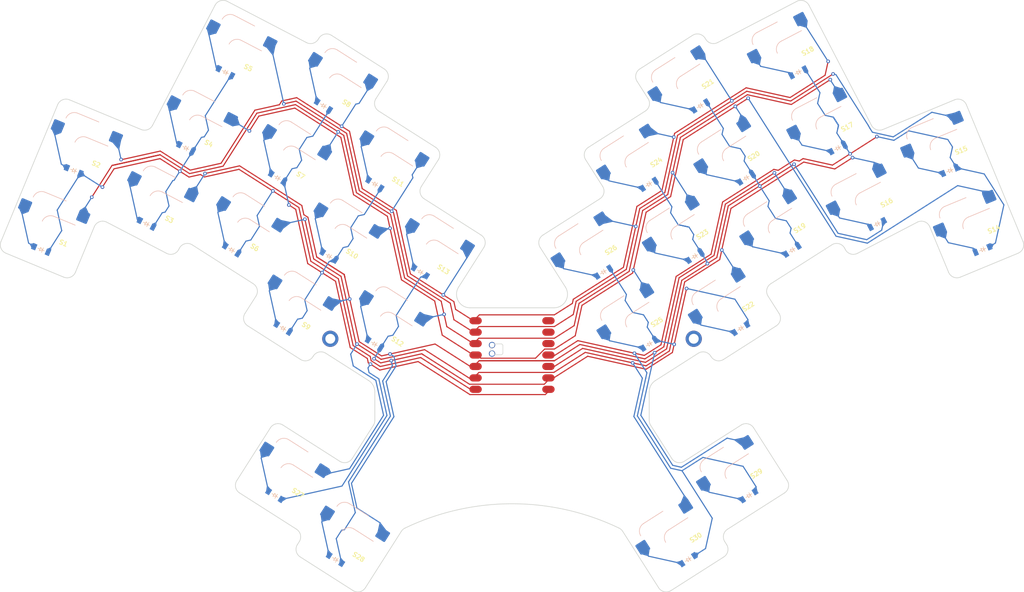
<source format=kicad_pcb>
(kicad_pcb (version 20241229) (generator "pcbnew") (generator_version "9.0")
  (layers (0 "F.Cu" signal) (2 "B.Cu" signal) (13 "F.Paste" user) (15 "B.Paste" user) (5 "F.SilkS" user "F.Silkscreen") (7 "B.SilkS" user "B.Silkscreen") (1 "F.Mask" user) (3 "B.Mask" user) (25 "Edge.Cuts" user))
  (net 0 "")
  (net 1 "P2")
  (net 2 "pinky_bottom")
  (net 3 "P0")
  (net 4 "pinky_home")
  (net 5 "P4")
  (net 6 "ring_bottom")
  (net 7 "P3")
  (net 8 "ring_home")
  (net 9 "P1")
  (net 10 "ring_top")
  (net 11 "P5")
  (net 12 "middle_bottom")
  (net 13 "middle_home")
  (net 14 "middle_top")
  (net 15 "index_bottom")
  (net 16 "index_home")
  (net 17 "index_top")
  (net 18 "inner_home")
  (net 19 "inner_top")
  (net 20 "mirror_pinky_bottom")
  (net 21 "mirror_pinky_home")
  (net 22 "mirror_ring_bottom")
  (net 23 "mirror_ring_home")
  (net 24 "mirror_ring_top")
  (net 25 "mirror_middle_bottom")
  (net 26 "mirror_middle_home")
  (net 27 "mirror_middle_top")
  (net 28 "mirror_index_bottom")
  (net 29 "mirror_index_home")
  (net 30 "mirror_index_top")
  (net 31 "mirror_inner_home")
  (net 32 "mirror_inner_top")
  (net 33 "tucky_default")
  (net 34 "reachy_default")
  (net 35 "mirror_tucky_default")
  (net 36 "mirror_reachy_default")
  (net 37 "P6")
  (net 38 "P7")
  (net 39 "P8")
  (net 40 "P10")
  (net 41 "P9")
  (net 42 "RAW5V")
  (net 43 "GND")
  (net 44 "RAW3V3")
  (net 45 "BAT_POS")
  (net 46 "BAT_NEG")
  (footprint "frequent:diode" (layer "F.Cu") (at 175.003222 90.959456 32.5)
    (property "Reference" "D26" (hide yes))
    (property "Value" "" (hide yes))
  )
  (footprint "frequent:hsmx" (layer "F.Cu") (at 191.176314 150.647287 32.5)
    (property "Reference" "S30")
    (property "Value" "" (hide yes))
  )
  (footprint "frequent:diode" (layer "F.Cu") (at 227.113179 63.42373 27.5)
    (property "Reference" "D17" (hide yes))
    (property "Value" "" (hide yes))
  )
  (footprint "frequent:hsmx" (layer "F.Cu") (at 204.059342 65.844381 32.5)
    (property "Reference" "S20")
    (property "Value" "" (hide yes))
  )
  (footprint "frequent:hsmx" (layer "F.Cu") (at 224.804441 58.988678 27.5)
    (property "Reference" "S17")
    (property "Value" "" (hide yes))
  )
  (footprint "frequent:hsmx" (layer "F.Cu") (at 182.525422 102.766936 32.5)
    (property "Reference" "S25")
    (property "Value" "" (hide yes))
  )
  (footprint "frequent:diode" (layer "F.Cu") (at 124.33048 106.983891 -32.5)
    (property "Reference" "D12" (hide yes))
    (property "Value" "" (hide yes))
  )
  (footprint "frequent:hsmx" (layer "F.Cu") (at 216.031211 42.135471 27.5)
    (property "Reference" "S18")
    (property "Value" "" (hide yes))
  )
  (footprint "frequent:diode" (layer "F.Cu") (at 115.679582 154.864245 -32.5)
    (property "Reference" "D28" (hide yes))
    (property "Value" "" (hide yes))
  )
  (footprint "frequent:hsmx" (layer "F.Cu") (at 104.893815 136.432487 -32.5)
    (property "Reference" "S27")
    (property "Value" "" (hide yes))
  )
  (footprint "frequent:hsmx" (layer "F.Cu") (at 59.402541 63.797192 -22.5)
    (property "Reference" "S2")
    (property "Value" "" (hide yes))
  )
  (footprint "frequent:diode" (layer "F.Cu") (at 102.207319 140.649441 -32.5)
    (property "Reference" "D27" (hide yes))
    (property "Value" "" (hide yes))
  )
  (footprint "frequent:diode" (layer "F.Cu") (at 134.539175 90.95946 -32.5)
    (property "Reference" "D13" (hide yes))
    (property "Value" "" (hide yes))
  )
  (footprint "frequent:diode" (layer "F.Cu") (at 195.315315 87.48103 32.5)
    (property "Reference" "D23" (hide yes))
    (property "Value" "" (hide yes))
  )
  (footprint "frequent:hsmx" (layer "F.Cu") (at 95.274362 81.868821 -32.5)
    (property "Reference" "S6")
    (property "Value" "" (hide yes))
  )
  (footprint "frequent:xiao-smd" (layer "F.Cu") (at 154.771201 109.592499)
    (property "Reference" "MCU1" (hide yes))
    (property "Value" "xiao-ble" (hide yes))
    (fp_line (start -4.699 -0.7488) (end -4.699 -1.7902) (stroke (width 0.12)) (layer "Edge.Cuts"))
    (fp_line (start -4.0132 -2.476) (end -2.413 -2.476) (stroke (width 0.12)) (layer "Edge.Cuts"))
    (fp_line (start -2.413 -0.063) (end -4.0132 -0.063) (stroke (width 0.12)) (layer "Edge.Cuts"))
    (fp_line (start -2.032 -2.095) (end -2.032 -0.444) (stroke (width 0.12)) (layer "Edge.Cuts"))
    (fp_arc (start -4.699 -0.7488) (mid -4.095391 -0.666609) (end -4.0132 -0.063) (stroke (width 0.12)) (layer "Edge.Cuts"))
    (fp_arc (start -4.0132 -2.476) (mid -4.095391 -1.872391) (end -4.699 -1.7902) (stroke (width 0.12)) (layer "Edge.Cuts"))
    (fp_arc (start -2.413 -2.476) (mid -2.143592 -2.364408) (end -2.032 -2.095) (stroke (width 0.12)) (layer "Edge.Cuts"))
    (fp_arc (start -2.032 -0.444) (mid -2.143592 -0.174592) (end -2.413 -0.063) (stroke (width 0.12)) (layer "Edge.Cuts"))
  )
  (footprint "frequent:diode" (layer "F.Cu") (at 91.202441 46.570528 -27.5)
    (property "Reference" "D5" (hide yes))
    (property "Value" "" (hide yes))
  )
  (footprint "frequent:diode" (layer "F.Cu") (at 57.489123 68.416594 -22.5)
    (property "Reference" "D2" (hide yes))
    (property "Value" "" (hide yes))
  )
  (footprint "frequent:hsmx" (layer "F.Cu") (at 193.850647 49.819943 32.5)
    (property "Reference" "S21")
    (property "Value" "" (hide yes))
  )
  (footprint "frequent:hsmx" (layer "F.Cu") (at 75.964736 75.841886 -27.5)
    (property "Reference" "S3")
    (property "Value" "" (hide yes))
  )
  (footprint "frequent:diode" (layer "F.Cu") (at 196.537145 54.036904 32.5)
    (property "Reference" "D21" (hide yes))
    (property "Value" "" (hide yes))
  )
  (footprint "frequent:diode" (layer "F.Cu") (at 206.74584 70.061342 32.5)
    (property "Reference" "D20" (hide yes))
    (property "Value" "" (hide yes))
  )
  (footprint "frequent:diode" (layer "F.Cu") (at 218.339954 46.570527 27.5)
    (property "Reference" "D18" (hide yes))
    (property "Value" "" (hide yes))
  )
  (footprint "frequent:hsmx" (layer "F.Cu") (at 84.737961 58.988678 -27.5)
    (property "Reference" "S4")
    (property "Value" "" (hide yes))
  )
  (footprint "frequent:hsmx" (layer "F.Cu") (at 127.01698 102.76694 -32.5)
    (property "Reference" "S12")
    (property "Value" "" (hide yes))
  )
  (footprint "frequent:diode" (layer "F.Cu") (at 50.218136 85.970298 -22.5)
    (property "Reference" "D1" (hide yes))
    (property "Value" "" (hide yes))
  )
  (footprint "frequent:diode" (layer "F.Cu") (at 113.005249 54.036905 -32.5)
    (property "Reference" "D8" (hide yes))
    (property "Value" "" (hide yes))
  )
  (footprint "frequent:hsmx" (layer "F.Cu") (at 105.483055 65.844383 -32.5)
    (property "Reference" "S7")
    (property "Value" "" (hide yes))
  )
  (footprint "frequent:hsmx" (layer "F.Cu") (at 172.316725 86.7425 32.5)
    (property "Reference" "S26")
    (property "Value" "" (hide yes))
  )
  (footprint "frequent:hsmx" (layer "F.Cu") (at 214.268037 81.868818 32.5)
    (property "Reference" "S19")
    (property "Value" "" (hide yes))
  )
  (footprint "frequent:hsmx" (layer "F.Cu") (at 106.704888 99.288511 -32.5)
    (property "Reference" "S9")
    (property "Value" "" (hide yes))
  )
  (footprint "frequent:diode" (layer "F.Cu") (at 124.435777 71.456591 -32.5)
    (property "Reference" "D11" (hide yes))
    (property "Value" "" (hide yes))
  )
  (footprint "frequent:diode" (layer "F.Cu") (at 207.335076 140.649447 32.5)
    (property "Reference" "D29" (hide yes))
    (property "Value" "" (hide yes))
  )
  (footprint "frequent:hsmx" (layer "F.Cu") (at 127.122277 67.239631 -32.5)
    (property "Reference" "S11")
    (property "Value" "" (hide yes))
  )
  (footprint "frequent:hsmx" (layer "F.Cu") (at 137.225669 86.7425 -32.5)
    (property "Reference" "S13")
    (property "Value" "" (hide yes))
  )
  (footprint "frequent:hsmx" (layer "F.Cu") (at 204.648582 136.432487 32.5)
    (property "Reference" "S29")
    (property "Value" "" (hide yes))
  )
  (footprint "frequent:hsmx" (layer "F.Cu") (at 250.139856 63.797192 22.5)
    (property "Reference" "S15")
    (property "Value" "" (hide yes))
  )
  (footprint "frequent:diode" (layer "F.Cu") (at 185.106622 71.456593 32.5)
    (property "Reference" "D24" (hide yes))
    (property "Value" "" (hide yes))
  )
  (footprint "frequent:hsmx" (layer "F.Cu") (at 192.628815 83.264073 32.5)
    (property "Reference" "S23")
    (property "Value" "" (hide yes))
  )
  (footprint "frequent:diode" (layer "F.Cu") (at 104.018389 103.505468 -32.5)
    (property "Reference" "D9" (hide yes))
    (property "Value" "" (hide yes))
  )
  (footprint "frequent:hsmx" (layer "F.Cu") (at 233.577659 75.841881 27.5)
    (property "Reference" "S16")
    (property "Value" "" (hide yes))
  )
  (footprint "frequent:diode" (layer "F.Cu") (at 205.524006 103.505466 32.5)
    (property "Reference" "D22" (hide yes))
    (property "Value" "" (hide yes))
  )
  (footprint "frequent:diode" (layer "F.Cu") (at 252.053274 68.416589 22.5)
    (property "Reference" "D15" (hide yes))
    (property "Value" "" (hide yes))
  )
  (footprint "frequent:diode" (layer "F.Cu") (at 216.954534 86.085777 32.5)
    (property "Reference" "D19" (hide yes))
    (property "Value" "" (hide yes))
  )
  (footprint "frequent:hsmx" (layer "F.Cu") (at 182.420123 67.239637 32.5)
    (property "Reference" "S24")
    (property "Value" "" (hide yes))
  )
  (footprint "frequent:diode" (layer "F.Cu") (at 235.886403 80.276944 27.5)
    (property "Reference" "D16" (hide yes))
    (property "Value" "" (hide yes))
  )
  (footprint "frequent:diode" (layer "F.Cu") (at 114.227087 87.48103 -32.5)
    (property "Reference" "D10" (hide yes))
    (property "Value" "" (hide yes))
  )
  (footprint "frequent:diode" (layer "F.Cu") (at 185.21192 106.983896 32.5)
    (property "Reference" "D25" (hide yes))
    (property "Value" "" (hide yes))
  )
  (footprint "frequent:m2hole" (layer "F.Cu") (at 114.381143 105.981072 -32.5)
    (property "Reference" "_1" (hide yes))
    (property "Value" "" (hide yes))
  )
  (footprint "frequent:hsmx" (layer "F.Cu") (at 202.837509 99.288514 32.5)
    (property "Reference" "S22")
    (property "Value" "" (hide yes))
  )
  (footprint "frequent:diode" (layer "F.Cu") (at 102.796555 70.061342 -32.5)
    (property "Reference" "D7" (hide yes))
    (property "Value" "" (hide yes))
  )
  (footprint "frequent:diode" (layer "F.Cu") (at 82.429221 63.423735 -27.5)
    (property "Reference" "D4" (hide yes))
    (property "Value" "" (hide yes))
  )
  (footprint "frequent:hsmx" (layer "F.Cu") (at 115.691748 49.819944 -32.5)
    (property "Reference" "S8")
    (property "Value" "" (hide yes))
  )
  (footprint "frequent:diode" (layer "F.Cu") (at 92.587865 86.085776 -32.5)
    (property "Reference" "D6" (hide yes))
    (property "Value" "" (hide yes))
  )
  (footprint "frequent:diode" (layer "F.Cu") (at 259.324261 85.970304 22.5)
    (property "Reference" "D14" (hide yes))
    (property "Value" "" (hide yes))
  )
  (footprint "frequent:hsmx" (layer "F.Cu") (at 116.913586 83.264071 -32.5)
    (property "Reference" "S10")
    (property "Value" "" (hide yes))
  )
  (footprint "frequent:hsmx" (layer "F.Cu") (at 257.410838 81.350905 22.5)
    (property "Reference" "S14")
    (property "Value" "" (hide yes))
  )
  (footprint "frequent:m2hole" (layer "F.Cu") (at 195.161249 105.981068 32.5)
    (property "Reference" "_2" (hide yes))
    (property "Value" "" (hide yes))
  )
  (footprint "frequent:diode" (layer "F.Cu") (at 73.655993 80.276939 -27.5)
    (property "Reference" "D3" (hide yes))
    (property "Value" "" (hide yes))
  )
  (footprint "frequent:hsmx" (layer "F.Cu") (at 93.511184 42.135471 -27.5)
    (property "Reference" "S5")
    (property "Value" "" (hide yes))
  )
  (footprint "frequent:hsmx" (layer "F.Cu") (at 118.366079 150.647286 -32.5)
    (property "Reference" "S28")
    (property "Value" "" (hide yes))
  )
  (footprint "frequent:diode" (layer "F.Cu") (at 193.862813 154.864244 32.5)
    (property "Reference" "D30" (hide yes))
    (property "Value" "" (hide yes))
  )
  (footprint "frequent:hsmx" (layer "F.Cu") (at 52.131556 81.350902 -22.5)
    (property "Reference" "S1")
    (property "Value" "" (hide yes))
  )
  (gr_line (start 57.74063 91.196884) (end 61.93192 81.078212) (stroke (width 0.15)) (layer "Edge.Cuts"))
  (gr_line (start 183.180247 46.005827) (end 194.903386 38.537361) (stroke (width 0.15)) (layer "Edge.Cuts"))
  (gr_arc (start 74.879213 58.544316) (mid 73.789237 59.500255) (end 72.339821 59.468578) (stroke (width 0.15)) (layer "Edge.Cuts"))
  (gr_line (start 114.63901 38.53736) (end 126.362148 46.005822) (stroke (width 0.15)) (layer "Edge.Cuts"))
  (gr_line (start 247.610477 81.078207) (end 251.801769 91.196881) (stroke (width 0.15)) (layer "Edge.Cuts"))
  (gr_arc (start 106.874285 148.3061) (mid 107.752246 149.560002) (end 107.486469 151.067486) (stroke (width 0.15)) (layer "Edge.Cuts"))
  (gr_line (start 197.664769 39.149546) (end 197.855453 39.448858) (stroke (width 0.15)) (layer "Edge.Cuts"))
  (gr_line (start 199.023385 109.958913) (end 198.926675 109.807099) (stroke (width 0.15)) (layer "Edge.Cuts"))
  (gr_line (start 193.050448 133.209395) (end 205.70132 125.149899) (stroke (width 0.15)) (layer "Edge.Cuts"))
  (gr_arc (start 211.675379 96.503819) (mid 211.409599 94.996364) (end 212.287566 93.742437) (stroke (width 0.15)) (layer "Edge.Cuts"))
  (gr_line (start 171.137537 66.186894) (end 174.90938 72.107501) (stroke (width 0.15)) (layer "Edge.Cuts"))
  (gr_arc (start 185.012777 52.60464) (mid 185.278612 54.112124) (end 184.400595 55.36602) (stroke (width 0.15)) (layer "Edge.Cuts"))
  (gr_arc (start 193.050448 133.209395) (mid 191.542963 133.4752) (end 190.289066 132.59721) (stroke (width 0.15)) (layer "Edge.Cuts"))
  (gr_line (start 74.879213 58.544316) (end 88.781587 31.838096) (stroke (width 0.15)) (layer "Edge.Cuts"))
  (gr_arc (start 135.245202 74.868884) (mid 134.3672 73.614975) (end 134.633013 72.107503) (stroke (width 0.15)) (layer "Edge.Cuts"))
  (gr_arc (start 185.579414 125.20454) (mid 185.346109 124.6896) (end 185.266201 124.129939) (stroke (width 0.15)) (layer "Edge.Cuts"))
  (gr_line (start 186.653648 115.254501) (end 196.165293 109.194919) (stroke (width 0.15)) (layer "Edge.Cuts"))
  (gr_line (start 96.034484 103.102632) (end 107.757632 110.571097) (stroke (width 0.15)) (layer "Edge.Cuts"))
  (gr_arc (start 57.74063 91.196884) (mid 56.658237 92.279271) (end 55.127501 92.279279) (stroke (width 0.15)) (layer "Edge.Cuts"))
  (gr_line (start 254.414893 92.279274) (end 267.256821 86.959974) (stroke (width 0.15)) (layer "Edge.Cuts"))
  (gr_line (start 164.104349 99.0925) (end 145.438046 99.092501) (stroke (width 0.15)) (layer "Edge.Cuts"))
  (gr_arc (start 178.556016 148.056138) (mid 179.017969 148.362955) (end 179.377895 148.78485) (stroke (width 0.15)) (layer "Edge.Cuts"))
  (gr_line (start 208.462709 125.762084) (end 215.931163 137.485226) (stroke (width 0.15)) (layer "Edge.Cuts"))
  (gr_line (start 93.611227 137.485225) (end 101.079692 125.762084) (stroke (width 0.15)) (layer "Edge.Cuts"))
  (gr_line (start 95.422301 100.34125) (end 97.867018 96.50382) (stroke (width 0.15)) (layer "Edge.Cuts"))
  (gr_line (start 124.2762 117.784261) (end 124.276198 124.129945) (stroke (width 0.15)) (layer "Edge.Cuts"))
  (gr_line (start 211.675379 96.503819) (end 214.120091 100.341251) (stroke (width 0.15)) (layer "Edge.Cuts"))
  (gr_line (start 41.203184 84.346848) (end 53.793469 53.951212) (stroke (width 0.15)) (layer "Edge.Cuts"))
  (gr_line (start 107.083492 151.700028) (end 107.486469 151.067486) (stroke (width 0.15)) (layer "Edge.Cuts"))
  (gr_line (start 134.633013 72.107503) (end 138.404858 66.186893) (stroke (width 0.15)) (layer "Edge.Cuts"))
  (gr_arc (start 80.694331 86.139258) (mid 79.521723 87.123178) (end 77.99681 86.989781) (stroke (width 0.15)) (layer "Edge.Cuts"))
  (gr_arc (start 42.285576 86.959973) (mid 41.203208 85.877587) (end 41.203184 84.346848) (stroke (width 0.15)) (layer "Edge.Cuts"))
  (gr_arc (start 111.686944 39.448855) (mid 110.517797 40.306126) (end 109.076664 40.14828) (stroke (width 0.15)) (layer "Edge.Cuts"))
  (gr_line (start 103.841075 125.149901) (end 116.491944 133.209397) (stroke (width 0.15)) (layer "Edge.Cuts"))
  (gr_arc (start 215.931163 137.485226) (mid 216.196997 138.99272) (end 215.318982 140.246607) (stroke (width 0.15)) (layer "Edge.Cuts"))
  (gr_arc (start 124.276198 124.129945) (mid 124.196305 124.689602) (end 123.962985 125.204538) (stroke (width 0.15)) (layer "Edge.Cuts"))
  (gr_arc (start 237.202574 59.468581) (mid 235.753192 59.500187) (end 234.663185 58.544317) (stroke (width 0.15)) (layer "Edge.Cuts"))
  (gr_arc (start 53.793469 53.951212) (mid 54.87586 52.868807) (end 56.406594 52.868819) (stroke (width 0.15)) (layer "Edge.Cuts"))
  (gr_arc (start 88.78159 31.838097) (mid 89.954202 30.854126) (end 91.479107 30.98757) (stroke (width 0.15)) (layer "Edge.Cuts"))
  (gr_line (start 80.838568 85.862182) (end 80.694331 86.139258) (stroke (width 0.15)) (layer "Edge.Cuts"))
  (gr_arc (start 205.701326 125.149898) (mid 207.208809 124.884073) (end 208.462709 125.762084) (stroke (width 0.15)) (layer "Edge.Cuts"))
  (gr_line (start 200.465736 40.148282) (end 218.063285 30.987572) (stroke (width 0.15)) (layer "Edge.Cuts"))
  (gr_line (start 94.223415 140.24661) (end 106.874287 148.306099) (stroke (width 0.15)) (layer "Edge.Cuts"))
  (gr_line (start 56.406594 52.868819) (end 72.339821 59.468578) (stroke (width 0.15)) (layer "Edge.Cuts"))
  (gr_line (start 255.748927 53.951215) (end 268.339212 84.34685) (stroke (width 0.15)) (layer "Edge.Cuts"))
  (gr_arc (start 253.135797 52.868823) (mid 254.666533 52.868821) (end 255.748927 53.951215) (stroke (width 0.15)) (layer "Edge.Cuts"))
  (gr_line (start 142.907874 94.4806) (end 148.508254 85.689764) (stroke (width 0.15)) (layer "Edge.Cuts"))
  (gr_arc (start 174.90938 72.107501) (mid 175.17517 73.61496) (end 174.297197 74.868886) (stroke (width 0.15)) (layer "Edge.Cuts"))
  (gr_arc (start 231.545586 86.989781) (mid 230.020654 87.123221) (end 228.848065 86.139257) (stroke (width 0.15)) (layer "Edge.Cuts"))
  (gr_line (start 126.974335 48.767205) (end 124.529622 52.604639) (stroke (width 0.15)) (layer "Edge.Cuts"))
  (gr_line (start 185.266201 124.129939) (end 185.266199 117.784263) (stroke (width 0.15)) (layer "Edge.Cuts"))
  (gr_line (start 113.377103 109.194919) (end 122.888747 115.254507) (stroke (width 0.15)) (layer "Edge.Cuts"))
  (gr_arc (start 122.1802 161.317688) (mid 120.9263 162.195654) (end 119.418822 161.929869) (stroke (width 0.15)) (layer "Edge.Cuts"))
  (gr_arc (start 101.079692 125.762084) (mid 102.333593 124.884108) (end 103.841075 125.149901) (stroke (width 0.15)) (layer "Edge.Cuts"))
  (gr_line (start 190.12358 161.929871) (end 201.84672 154.46141) (stroke (width 0.15)) (layer "Edge.Cuts"))
  (gr_arc (start 145.438046 99.092501) (mid 142.807835 97.535464) (end 142.907874 94.4806) (stroke (width 0.15)) (layer "Edge.Cuts"))
  (gr_arc (start 254.414895 92.27928) (mid 252.88416 92.279278) (end 251.801769 91.196881) (stroke (width 0.15)) (layer "Edge.Cuts"))
  (gr_line (start 64.703177 80.069551) (end 77.99681 86.989781) (stroke (width 0.15)) (layer "Edge.Cuts"))
  (gr_line (start 135.245202 74.868884) (end 147.896071 82.928384) (stroke (width 0.15)) (layer "Edge.Cuts"))
  (gr_line (start 202.668113 148.306101) (end 215.318982 140.246607) (stroke (width 0.15)) (layer "Edge.Cuts"))
  (gr_line (start 201.784769 110.571097) (end 213.507905 103.102633) (stroke (width 0.15)) (layer "Edge.Cuts"))
  (gr_line (start 122.1802 161.317688) (end 130.164502 148.784849) (stroke (width 0.15)) (layer "Edge.Cuts"))
  (gr_line (start 212.287566 93.742437) (end 225.855205 85.098892) (stroke (width 0.15)) (layer "Edge.Cuts"))
  (gr_arc (start 161.034142 85.689761) (mid 160.768333 84.182286) (end 161.646323 82.928382) (stroke (width 0.15)) (layer "Edge.Cuts"))
  (gr_arc (start 119.253333 132.597207) (mid 117.999422 133.475185) (end 116.491944 133.209397) (stroke (width 0.15)) (layer "Edge.Cuts"))
  (gr_line (start 231.545586 86.989781) (end 244.839219 80.069551) (stroke (width 0.15)) (layer "Edge.Cuts"))
  (gr_arc (start 218.063285 30.987572) (mid 219.588174 30.854184) (end 220.760808 31.838095) (stroke (width 0.15)) (layer "Edge.Cuts"))
  (gr_line (start 110.615724 109.807101) (end 110.519012 109.958912) (stroke (width 0.15)) (layer "Edge.Cuts"))
  (gr_arc (start 110.519012 109.958912) (mid 109.265107 110.836873) (end 107.757632 110.571097) (stroke (width 0.15)) (layer "Edge.Cuts"))
  (gr_arc (start 200.465733 40.14828) (mid 199.024594 40.30611) (end 197.855453 39.448858) (stroke (width 0.15)) (layer "Edge.Cuts"))
  (gr_arc (start 111.877628 39.14954) (mid 113.131538 38.27154) (end 114.63901 38.53736) (stroke (width 0.15)) (layer "Edge.Cuts"))
  (gr_arc (start 268.339212 84.34685) (mid 268.339244 85.877608) (end 267.256821 86.959974) (stroke (width 0.15)) (layer "Edge.Cuts"))
  (gr_arc (start 182.568062 48.767206) (mid 182.302221 47.259708) (end 183.180247 46.005827) (stroke (width 0.15)) (layer "Edge.Cuts"))
  (gr_arc (start 107.695678 154.461409) (mid 106.817697 153.207512) (end 107.083492 151.700028) (stroke (width 0.15)) (layer "Edge.Cuts"))
  (gr_arc (start 97.254832 93.742439) (mid 98.132858 94.996347) (end 97.867018 96.50382) (stroke (width 0.15)) (layer "Edge.Cuts"))
  (gr_line (start 42.285576 86.959973) (end 55.127501 92.279279) (stroke (width 0.15)) (layer "Edge.Cuts"))
  (gr_arc (start 190.12358 161.929871) (mid 188.616079 162.195703) (end 187.362194 161.317689) (stroke (width 0.15)) (layer "Edge.Cuts"))
  (gr_arc (start 202.055927 151.067484) (mid 201.790107 149.559994) (end 202.668113 148.306101) (stroke (width 0.15)) (layer "Edge.Cuts"))
  (gr_arc (start 80.83857 85.86218) (mid 82.094945 84.853849) (end 83.687191 85.098894) (stroke (width 0.15)) (layer "Edge.Cuts"))
  (gr_arc (start 147.896071 82.928381) (mid 148.774051 84.182288) (end 148.508254 85.689764) (stroke (width 0.15)) (layer "Edge.Cuts"))
  (gr_arc (start 130.164502 148.784849) (mid 130.524438 148.36297) (end 130.986379 148.056138) (stroke (width 0.15)) (layer "Edge.Cuts"))
  (gr_line (start 228.848065 86.139257) (end 228.703829 85.862176) (stroke (width 0.15)) (layer "Edge.Cuts"))
  (gr_line (start 119.253333 132.597207) (end 123.962978 125.204538) (stroke (width 0.15)) (layer "Edge.Cuts"))
  (gr_line (start 107.695678 154.461409) (end 119.418822 161.929869) (stroke (width 0.15)) (layer "Edge.Cuts"))
  (gr_line (start 171.749721 63.425515) (end 184.400595 55.36602) (stroke (width 0.15)) (layer "Edge.Cuts"))
  (gr_arc (start 185.266199 117.784263) (mid 185.635826 116.341632) (end 186.653648 115.254501) (stroke (width 0.15)) (layer "Edge.Cuts"))
  (gr_arc (start 166.634525 94.480604) (mid 166.734532 97.535466) (end 164.104349 99.0925) (stroke (width 0.15)) (layer "Edge.Cuts"))
  (gr_line (start 237.202572 59.468579) (end 253.135797 52.868823) (stroke (width 0.15)) (layer "Edge.Cuts"))
  (gr_line (start 179.377895 148.78485) (end 187.362194 161.317689) (stroke (width 0.15)) (layer "Edge.Cuts"))
  (gr_arc (start 201.784769 110.571097) (mid 200.277278 110.836933) (end 199.023385 109.958913) (stroke (width 0.15)) (layer "Edge.Cuts"))
  (gr_arc (start 225.855205 85.098892) (mid 227.447464 84.853798) (end 228.703829 85.862176) (stroke (width 0.15)) (layer "Edge.Cuts"))
  (gr_line (start 220.760808 31.838095) (end 234.663185 58.544317) (stroke (width 0.15)) (layer "Edge.Cuts"))
  (gr_line (start 202.055926 151.067484) (end 202.458903 151.700026) (stroke (width 0.15)) (layer "Edge.Cuts"))
  (gr_line (start 91.479107 30.98757) (end 109.076664 40.14828) (stroke (width 0.15)) (layer "Edge.Cuts"))
  (gr_arc (start 94.223415 140.24661) (mid 93.34546 138.992707) (end 93.611227 137.485225) (stroke (width 0.15)) (layer "Edge.Cuts"))
  (gr_line (start 111.686938 39.448856) (end 111.877628 39.149546) (stroke (width 0.15)) (layer "Edge.Cuts"))
  (gr_arc (start 202.458903 151.700026) (mid 202.724737 153.207519) (end 201.84672 154.46141) (stroke (width 0.15)) (layer "Edge.Cuts"))
  (gr_line (start 83.687191 85.098894) (end 97.254832 93.742439) (stroke (width 0.15)) (layer "Edge.Cuts"))
  (gr_line (start 161.034142 85.689761) (end 166.634525 94.480604) (stroke (width 0.15)) (layer "Edge.Cuts"))
  (gr_arc (start 61.93192 81.078212) (mid 63.095636 79.964208) (end 64.703177 80.069551) (stroke (width 0.15)) (layer "Edge.Cuts"))
  (gr_arc (start 110.615726 109.807103) (mid 111.869633 108.92907) (end 113.377103 109.194919) (stroke (width 0.15)) (layer "Edge.Cuts"))
  (gr_arc (start 122.888747 115.254507) (mid 123.906576 116.341632) (end 124.2762 117.784261) (stroke (width 0.15)) (layer "Edge.Cuts"))
  (gr_arc (start 196.165289 109.194918) (mid 197.672748 108.929136) (end 198.926675 109.807099) (stroke (width 0.15)) (layer "Edge.Cuts"))
  (gr_arc (start 126.362148 46.005822) (mid 127.240106 47.259723) (end 126.974335 48.767205) (stroke (width 0.15)) (layer "Edge.Cuts"))
  (gr_arc (start 214.120091 100.341251) (mid 214.385917 101.848734) (end 213.507905 103.102633) (stroke (width 0.15)) (layer "Edge.Cuts"))
  (gr_arc (start 171.137537 66.186894) (mid 170.871707 64.6794) (end 171.749721 63.425515) (stroke (width 0.15)) (layer "Edge.Cuts"))
  (gr_arc (start 130.986386 148.056134) (mid 154.771201 142.647287) (end 178.556016 148.056134) (stroke (width 0.15)) (layer "Edge.Cuts"))
  (gr_arc (start 125.141801 55.36602) (mid 124.263844 54.112115) (end 124.529622 52.604639) (stroke (width 0.15)) (layer "Edge.Cuts"))
  (gr_line (start 185.012773 52.604634) (end 182.568062 48.767206) (stroke (width 0.15)) (layer "Edge.Cuts"))
  (gr_arc (start 194.903386 38.53736) (mid 196.410845 38.271586) (end 197.664769 39.149546) (stroke (width 0.15)) (layer "Edge.Cuts"))
  (gr_line (start 125.141808 55.366016) (end 137.792677 63.425513) (stroke (width 0.15)) (layer "Edge.Cuts"))
  (gr_arc (start 137.792671 63.425515) (mid 138.670628 64.679416) (end 138.404858 66.186893) (stroke (width 0.15)) (layer "Edge.Cuts"))
  (gr_arc (start 244.839219 80.069551) (mid 246.446771 79.964175) (end 247.610477 81.078207) (stroke (width 0.15)) (layer "Edge.Cuts"))
  (gr_line (start 161.646323 82.928382) (end 174.297197 74.868886) (stroke (width 0.15)) (layer "Edge.Cuts"))
  (gr_line (start 185.579416 125.20454) (end 190.289066 132.59721) (stroke (width 0.15)) (layer "Edge.Cuts"))
  (gr_arc (start 96.034484 103.102632) (mid 95.156481 101.848731) (end 95.422301 100.34125) (stroke (width 0.15)) (layer "Edge.Cuts"))
  (segment (start 130.907212 92.463528) (end 139.029395 97.637931) (width 0.25) (layer "F.Cu") (net 1))
  (segment (start 207.078595 51.742241) (end 216.845604 53.907535) (width 0.25) (layer "F.Cu") (net 1))
  (segment (start 190.45568 69.061005) (end 189.377019 73.926546) (width 0.25) (layer "F.Cu") (net 1))
  (segment (start 116.086884 59.7469) (end 116.140448 59.988514) (width 0.25) (layer "F.Cu") (net 1))
  (segment (start 66.831031 67.245573) (end 74.977104 65.43963) (width 0.25) (layer "F.Cu") (net 1))
  (segment (start 65.864546 67.459836) (end 61.369568 74.515541) (width 0.25) (layer "F.Cu") (net 1))
  (segment (start 130.394602 90.151294) (end 130.907212 92.463528) (width 0.25) (layer "F.Cu") (net 1))
  (segment (start 117.371836 60.772992) (end 120.195534 73.509872) (width 0.25) (layer "F.Cu") (net 1))
  (segment (start 190.45568 69.061005) (end 190.427731 69.017122) (width 0.25) (layer "F.Cu") (net 1))
  (segment (start 106.641133 53.936782) (end 116.140448 59.988514) (width 0.25) (layer "F.Cu") (net 1))
  (segment (start 76.551466 65.090604) (end 83.106628 69.266704) (width 0.25) (layer "F.Cu") (net 1))
  (segment (start 61.369568 74.515541) (end 61.369565 74.515542) (width 0.25) (layer "F.Cu") (net 1))
  (segment (start 192.192758 61.225566) (end 207.078595 51.742241) (width 0.25) (layer "F.Cu") (net 1))
  (segment (start 66.831031 67.245573) (end 65.864546 67.459836) (width 0.25) (layer "F.Cu") (net 1))
  (segment (start 140.280311 103.280454) (end 146.201239 107.052498) (width 0.25) (layer "F.Cu") (net 1))
  (segment (start 164.190092 105.859054) (end 147.394679 105.859056) (width 0.25) (layer "F.Cu") (net 1))
  (segment (start 120.195534 73.509872) (end 124.94132 76.533269) (width 0.25) (layer "F.Cu") (net 1))
  (segment (start 169.676977 98.096606) (end 168.575449 103.065275) (width 0.25) (layer "F.Cu") (net 1))
  (segment (start 183.809441 77.473487) (end 183.809439 77.473485) (width 0.25) (layer "F.Cu") (net 1))
  (segment (start 90.558597 67.614642) (end 98.060465 55.839071) (width 0.25) (layer "F.Cu") (net 1))
  (segment (start 139.675283 100.551343) (end 140.280311 103.280454) (width 0.25) (layer "F.Cu") (net 1))
  (segment (start 147.394679 105.859056) (end 146.201238 107.052501) (width 0.25) (layer "F.Cu") (net 1))
  (segment (start 127.775903 78.3391) (end 130.394602 90.151294) (width 0.25) (layer "F.Cu") (net 1))
  (segment (start 98.060465 55.839071) (end 106.641133 53.936782) (width 0.25) (layer "F.Cu") (net 1))
  (segment (start 139.029395 97.637931) (end 139.675283 100.551343) (width 0.25) (layer "F.Cu") (net 1))
  (segment (start 124.94132 76.533269) (end 127.775903 78.3391) (width 0.25) (layer "F.Cu") (net 1))
  (segment (start 116.140448 59.988514) (end 117.371836 60.772992) (width 0.25) (layer "F.Cu") (net 1))
  (segment (start 76.551461 65.090606) (end 76.551466 65.090604) (width 0.25) (layer "F.Cu") (net 1))
  (segment (start 216.845604 53.907535) (end 225.511452 48.386781) (width 0.25) (layer "F.Cu") (net 1))
  (segment (start 66.831031 67.245573) (end 66.692958 67.276182) (width 0.25) (layer "F.Cu") (net 1))
  (segment (start 180.809741 91.004253) (end 183.809441 77.473487) (width 0.25) (layer "F.Cu") (net 1))
  (segment (start 189.377019 73.926546) (end 183.809439 77.473485) (width 0.25) (layer "F.Cu") (net 1))
  (segment (start 180.809741 91.004253) (end 169.676977 98.096606) (width 0.25) (layer "F.Cu") (net 1))
  (segment (start 76.551461 65.090606) (end 65.864546 67.459836) (width 0.25) (layer "F.Cu") (net 1))
  (segment (start 83.106628 69.266704) (end 90.558597 67.614642) (width 0.25) (layer "F.Cu") (net 1))
  (segment (start 74.977104 65.43963) (end 76.551461 65.090606) (width 0.25) (layer "F.Cu") (net 1))
  (segment (start 168.575451 103.065272) (end 164.190092 105.859054) (width 0.25) (layer "F.Cu") (net 1))
  (segment (start 116.140448 59.988514) (end 116.382063 59.934952) (width 0.25) (layer "F.Cu") (net 1))
  (segment (start 190.45568 69.061005) (end 192.192758 61.225566) (width 0.25) (layer "F.Cu") (net 1))
  (via (at 225.511452 48.386781) (size 0.8) (drill 0.4) (layers "F.Cu" "B.Cu") (net 1))
  (via (at 190.45568 69.061005) (size 0.8) (drill 0.4) (layers "F.Cu" "B.Cu") (net 1))
  (via (at 61.369565 74.515542) (size 0.8) (drill 0.4) (layers "F.Cu" "B.Cu") (net 1))
  (via (at 139.675283 100.551343) (size 0.8) (drill 0.4) (layers "F.Cu" "B.Cu") (net 1))
  (via (at 116.140448 59.988514) (size 0.8) (drill 0.4) (layers "F.Cu" "B.Cu") (net 1))
  (segment (start 194.826423 75.840736) (end 190.515738 69.07432) (width 0.25) (layer "B.Cu") (net 1))
  (segment (start 134.718722 101.650188) (end 139.675283 100.551343) (width 0.25) (layer "B.Cu") (net 1))
  (segment (start 61.369565 74.515542) (end 61.369563 74.515542) (width 0.25) (layer "B.Cu") (net 1))
  (segment (start 59.242558 77.854271) (end 59.472888 78.893229) (width 0.25) (layer "B.Cu") (net 1))
  (segment (start 61.369563 74.515542) (end 59.242558 77.854271) (width 0.25) (layer "B.Cu") (net 1))
  (segment (start 225.50222 48.428425) (end 225.511452 48.386781) (width 0.25) (layer "B.Cu") (net 1))
  (segment (start 134.673554 101.621418) (end 134.718722 101.650188) (width 0.25) (layer "B.Cu") (net 1))
  (segment (start 116.140448 59.988514) (end 116.140448 59.988514) (width 0.25) (layer "B.Cu") (net 1))
  (segment (start 190.515738 69.07432) (end 190.45568 69.061005) (width 0.25) (layer "B.Cu") (net 1))
  (segment (start 227.640674 51.785129) (end 225.50222 48.428425) (width 0.25) (layer "B.Cu") (net 1))
  (segment (start 116.140448 59.988514) (end 113.139628 64.698859) (width 0.25) (layer "B.Cu") (net 1))
  (segment (start 46.557881 76.292933) (end 45.748268 77.563775) (width 0.25) (layer "B.Cu") (net 2))
  (segment (start 45.748268 77.563775) (end 47.333977 84.716443) (width 0.25) (layer "B.Cu") (net 2))
  (segment (start 47.333977 84.716443) (end 48.571003 85.504513) (width 0.25) (layer "B.Cu") (net 2))
  (segment (start 188.090188 73.027099) (end 190.722583 61.153151) (width 0.25) (layer "F.Cu") (net 3))
  (segment (start 224.349223 47.407953) (end 216.573071 52.361906) (width 0.25) (layer "F.Cu") (net 3))
  (segment (start 103.607015 53.124223) (end 103.07642 53.957093) (width 0.25) (layer "F.Cu") (net 3))
  (segment (start 182.523811 76.573272) (end 188.090188 73.027099) (width 0.25) (layer "F.Cu") (net 3))
  (segment (start 105.351308 52.737523) (end 103.607015 53.124223) (width 0.25) (layer "F.Cu") (net 3))
  (segment (start 132.192843 91.56332) (end 141.847446 97.713977) (width 0.25) (layer "F.Cu") (net 3))
  (segment (start 147.590088 101.859059) (end 147.476647 101.972499) (width 0.25) (layer "F.Cu") (net 3))
  (segment (start 118.657162 59.871403) (end 121.481167 72.609664) (width 0.25) (layer "F.Cu") (net 3))
  (segment (start 147.514685 100.659055) (end 164.190093 100.659062) (width 0.25) (layer "F.Cu") (net 3))
  (segment (start 179.524107 90.104043) (end 182.523811 76.573272) (width 0.25) (layer "F.Cu") (net 3))
  (segment (start 206.804684 50.196308) (end 190.906238 60.324738) (width 0.25) (layer "F.Cu") (net 3))
  (segment (start 225.031685 44.329557) (end 224.349223 47.407953) (width 0.25) (layer "F.Cu") (net 3))
  (segment (start 164.190093 100.659062) (end 168.188386 98.111864) (width 0.25) (layer "F.Cu") (net 3))
  (segment (start 84.932714 68.119266) (end 84.932711 68.119265) (width 0.25) (layer "F.Cu") (net 3))
  (segment (start 116.905824 58.755679) (end 106.915046 52.390852) (width 0.25) (layer "F.Cu") (net 3))
  (segment (start 106.915046 52.390852) (end 105.351308 52.737523) (width 0.25) (layer "F.Cu") (net 3))
  (segment (start 84.932711 68.119265) (end 83.242894 68.49389) (width 0.25) (layer "F.Cu") (net 3))
  (segment (start 116.905825 58.755682) (end 116.905824 58.755679) (width 0.25) (layer "F.Cu") (net 3))
  (segment (start 103.07642 53.957093) (end 97.630661 55.164388) (width 0.25) (layer "F.Cu") (net 3))
  (segment (start 146.201239 101.972501) (end 147.514685 100.659055) (width 0.25) (layer "F.Cu") (net 3))
  (segment (start 97.630661 55.164388) (end 90.108493 66.971822) (width 0.25) (layer "F.Cu") (net 3))
  (segment (start 116.905825 58.755682) (end 116.90583 58.75568) (width 0.25) (layer "F.Cu") (net 3))
  (segment (start 147.476647 101.972499) (end 146.201239 101.972501) (width 0.25) (layer "F.Cu") (net 3))
  (segment (start 116.90583 58.75568) (end 118.657162 59.871403) (width 0.25) (layer "F.Cu") (net 3))
  (segment (start 83.242894 68.49389) (end 76.600666 64.262326) (width 0.25) (layer "F.Cu") (net 3))
  (segment (start 141.847446 97.713977) (end 142.230766 99.44303) (width 0.25) (layer "F.Cu") (net 3))
  (segment (start 216.573071 52.361906) (end 206.804684 50.196308) (width 0.25) (layer "F.Cu") (net 3))
  (segment (start 168.391338 97.196397) (end 179.524107 90.104043) (width 0.25) (layer "F.Cu") (net 3))
  (segment (start 190.906238 60.324738) (end 190.722583 61.153151) (width 0.25) (layer "F.Cu") (net 3))
  (segment (start 90.108493 66.971822) (end 84.932714 68.119266) (width 0.25) (layer "F.Cu") (net 3))
  (segment (start 76.600666 64.262326) (end 67.950266 66.180073) (width 0.25) (layer "F.Cu") (net 3))
  (segment (start 129.061535 77.438889) (end 132.192843 91.56332) (width 0.25) (layer "F.Cu") (net 3))
  (segment (start 142.230766 99.44303) (end 146.20124 101.972497) (width 0.25) (layer "F.Cu") (net 3))
  (segment (start 121.481167 72.609664) (end 129.061535 77.438889) (width 0.25) (layer "F.Cu") (net 3))
  (segment (start 168.188386 98.111864) (end 168.391338 97.196397) (width 0.25) (layer "F.Cu") (net 3))
  (segment (start 67.950266 66.180073) (end 67.889992 66.141673) (width 0.25) (layer "F.Cu") (net 3))
  (via (at 116.905825 58.755682) (size 0.8) (drill 0.4) (layers "F.Cu" "B.Cu") (net 3))
  (via (at 190.722583 61.153151) (size 0.8) (drill 0.4) (layers "F.Cu" "B.Cu") (net 3))
  (via (at 225.031685 44.329557) (size 0.8) (drill 0.4) (layers "F.Cu" "B.Cu") (net 3))
  (via (at 67.889992 66.141673) (size 0.8) (drill 0.4) (layers "F.Cu" "B.Cu") (net 3))
  (via (at 139.50815 96.223683) (size 0.8) (drill 0.4) (layers "F.Cu" "B.Cu") (net 3))
  (segment (start 219.073889 34.977688) (end 225.031685 44.329557) (width 0.25) (layer "B.Cu") (net 3))
  (segment (start 139.50815 96.223683) (end 139.50685 96.217802) (width 0.25) (layer "B.Cu") (net 3))
  (segment (start 190.703291 61.165438) (end 190.722583 61.153151) (width 0.25) (layer "B.Cu") (net 3))
  (segment (start 116.905825 58.755682) (end 120.043493 53.830529) (width 0.25) (layer "B.Cu") (net 3))
  (segment (start 66.743876 61.33952) (end 66.838786 61.399984) (width 0.25) (layer "B.Cu") (net 3))
  (segment (start 66.838786 61.399984) (end 67.889992 66.141673) (width 0.25) (layer "B.Cu") (net 3))
  (segment (start 123.348321 48.674423) (end 123.554322 49.603628) (width 0.25) (layer "B.Cu") (net 3))
  (segment (start 139.50685 96.217802) (end 145.241294 87.216528) (width 0.25) (layer "B.Cu") (net 3))
  (segment (start 123.505062 49.38143) (end 123.348325 48.674421) (width 0.25) (layer "B.Cu") (net 3))
  (segment (start 123.348321 48.674423) (end 123.539701 49.537678) (width 0.25) (layer "B.Cu") (net 3))
  (segment (start 120.043493 53.830529) (end 120.773821 53.66862) (width 0.25) (layer "B.Cu") (net 3))
  (segment (start 120.773821 53.66862) (end 123.505062 49.38143) (width 0.25) (layer "B.Cu") (net 3))
  (segment (start 145.241294 87.216528) (end 144.882247 85.596977) (width 0.25) (layer "B.Cu") (net 3))
  (segment (start 219.936382 35.168898) (end 218.867449 34.931923) (width 0.25) (layer "B.Cu") (net 3))
  (segment (start 218.867445 34.931921) (end 219.073889 34.977688) (width 0.25) (layer "B.Cu") (net 3))
  (segment (start 184.617733 59.816299) (end 190.703291 61.165438) (width 0.25) (layer "B.Cu") (net 3))
  (segment (start 53.019256 60.010067) (end 54.604961 67.162731) (width 0.25) (layer "B.Cu") (net 4))
  (segment (start 53.82887 58.739224) (end 53.019256 60.010067) (width 0.25) (layer "B.Cu") (net 4))
  (segment (start 54.604961 67.162731) (end 55.841994 67.950804) (width 0.25) (layer "B.Cu") (net 4))
  (segment (start 111.368949 87.805108) (end 117.483876 91.700748) (width 0.25) (layer "F.Cu") (net 5))
  (segment (start 147.474684 110.859056) (end 163.990091 110.859054) (width 0.25) (layer "F.Cu") (net 5))
  (segment (start 145.684771 112.246997) (end 146.201239 112.132499) (width 0.25) (layer "F.Cu") (net 5))
  (segment (start 202.196197 76.045678) (end 213.097032 69.101082) (width 0.25) (layer "F.Cu") (net 5))
  (segment (start 147.474684 110.859056) (end 146.201237 112.132499) (width 0.25) (layer "F.Cu") (net 5))
  (segment (start 127.667721 109.362049) (end 125.765974 109.783657) (width 0.25) (layer "F.Cu") (net 5))
  (segment (start 120.789968 106.613593) (end 125.736011 109.764568) (width 0.25) (layer "F.Cu") (net 5))
  (segment (start 117.534459 91.928933) (end 117.595679 92.205065) (width 0.25) (layer "F.Cu") (net 5))
  (segment (start 108.052426 76.35495) (end 108.506644 78.403794) (width 0.25) (layer "F.Cu") (net 5))
  (segment (start 120.789968 106.613593) (end 118.69324 97.155853) (width 0.25) (layer "F.Cu") (net 5))
  (segment (start 111.368949 87.805108) (end 112.119961 88.283558) (width 0.25) (layer "F.Cu") (net 5))
  (segment (start 188.498813 107.774243) (end 191.904085 92.414053) (width 0.25) (layer "F.Cu") (net 5))
  (segment (start 163.990091 110.859054) (end 164.190089 110.859058) (width 0.25) (layer "F.Cu") (net 5))
  (segment (start 186.460228 109.072964) (end 184.302684 110.447472) (width 0.25) (layer "F.Cu") (net 5))
  (segment (start 137.674162 107.143674) (end 145.684771 112.246997) (width 0.25) (layer "F.Cu") (net 5))
  (segment (start 117.483869 91.700746) (end 112.119961 88.283558) (width 0.25) (layer "F.Cu") (net 5))
  (segment (start 86.540264 69.24911) (end 94.224463 67.545565) (width 0.25) (layer "F.Cu") (net 5))
  (segment (start 109.41269 78.981009) (end 111.368949 87.805108) (width 0.25) (layer "F.Cu") (net 5))
  (segment (start 191.904085 92.414053) (end 199.663286 87.470895) (width 0.25) (layer "F.Cu") (net 5))
  (segment (start 164.190089 110.859058) (end 147.474684 110.859056) (width 0.25) (layer "F.Cu") (net 5))
  (segment (start 169.861538 107.245947) (end 164.190089 110.859058) (width 0.25) (layer "F.Cu") (net 5))
  (segment (start 117.484179 91.702125) (end 117.534459 91.928933) (width 0.25) (layer "F.Cu") (net 5))
  (segment (start 117.534459 91.928933) (end 117.483869 91.700746) (width 0.25) (layer "F.Cu") (net 5))
  (segment (start 117.595679 92.205065) (end 117.626292 92.343138) (width 0.25) (layer "F.Cu") (net 5))
  (segment (start 108.506644 78.403794) (end 109.41269 78.981009) (width 0.25) (layer "F.Cu") (net 5))
  (segment (start 127.667721 109.362049) (end 137.674162 107.143674) (width 0.25) (layer "F.Cu") (net 5))
  (segment (start 94.224463 67.545565) (end 108.052426 76.35495) (width 0.25) (layer "F.Cu") (net 5))
  (segment (start 184.302684 110.447472) (end 169.861538 107.245947) (width 0.25) (layer "F.Cu") (net 5))
  (segment (start 117.626292 92.343138) (end 118.69324 97.155853) (width 0.25) (layer "F.Cu") (net 5))
  (segment (start 199.663286 87.470895) (end 202.196197 76.045678) (width 0.25) (layer "F.Cu") (net 5))
  (segment (start 186.460228 109.072964) (end 188.498813 107.774243) (width 0.25) (layer "F.Cu") (net 5))
  (segment (start 117.483876 91.700748) (end 117.595679 92.205065) (width 0.25) (layer "F.Cu") (net 5))
  (via (at 86.540264 69.24911) (size 0.8) (drill 0.4) (layers "F.Cu" "B.Cu") (net 5))
  (via (at 213.097032 69.101082) (size 0.8) (drill 0.4) (layers "F.Cu" "B.Cu") (net 5))
  (via (at 127.667721 109.362049) (size 0.8) (drill 0.4) (layers "F.Cu" "B.Cu") (net 5))
  (via (at 118.69324 97.155853) (size 0.8) (drill 0.4) (layers "F.Cu" "B.Cu") (net 5))
  (via (at 186.460228 109.072964) (size 0.8) (drill 0.4) (layers "F.Cu" "B.Cu") (net 5))
  (segment (start 120.300303 143.60223) (end 125.440773 146.877068) (width 0.25) (layer "B.Cu") (net 5))
  (segment (start 128.538714 109.916933) (end 129.00777 112.032708) (width 0.25) (layer "B.Cu") (net 5))
  (segment (start 216.465643 74.445488) (end 213.087697 69.143176) (width 0.25) (layer "B.Cu") (net 5))
  (segment (start 190.483154 134.106988) (end 192.416122 134.535519) (width 0.25) (layer "B.Cu") (net 5))
  (segment (start 128.846406 112.285999) (end 126.795213 115.505728) (width 0.25) (layer "B.Cu") (net 5))
  (segment (start 114.381343 98.111778) (end 118.69324 97.155853) (width 0.25) (layer "B.Cu") (net 5))
  (segment (start 186.460228 109.072964) (end 186.47677 109.098929) (width 0.25) (layer "B.Cu") (net 5))
  (segment (start 183.398137 122.985742) (end 186.722056 128.203253) (width 0.25) (layer "B.Cu") (net 5))
  (segment (start 126.795213 115.505728) (end 128.522366 123.296411) (width 0.25) (layer "B.Cu") (net 5))
  (segment (start 192.416122 134.535519) (end 202.576566 128.062601) (width 0.25) (layer "B.Cu") (net 5))
  (segment (start 83.492336 74.033406) (end 86.540264 69.24911) (width 0.25) (layer "B.Cu") (net 5))
  (segment (start 129.00777 112.032708) (end 128.846406 112.285999) (width 0.25) (layer "B.Cu") (net 5))
  (segment (start 186.47677 109.098929) (end 183.398137 122.985742) (width 0.25) (layer "B.Cu") (net 5))
  (segment (start 125.440773 146.877068) (end 126.022654 149.501764) (width 0.25) (layer "B.Cu") (net 5))
  (segment (start 114.361461 98.142985) (end 114.381343 98.111778) (width 0.25) (layer "B.Cu") (net 5))
  (segment (start 127.667721 109.362049) (end 128.538714 109.916933) (width 0.25) (layer "B.Cu") (net 5))
  (segment (start 186.722056 128.203253) (end 190.483154 134.106988) (width 0.25) (layer "B.Cu") (net 5))
  (segment (start 119.083319 138.112747) (end 120.300303 143.60223) (width 0.25) (layer "B.Cu") (net 5))
  (segment (start 213.087697 69.143176) (end 213.097032 69.101082) (width 0.25) (layer "B.Cu") (net 5))
  (segment (start 202.576566 128.062601) (end 206.846192 129.009151) (width 0.25) (layer "B.Cu") (net 5))
  (segment (start 128.522366 123.296411) (end 119.083319 138.112747) (width 0.25) (layer "B.Cu") (net 5))
  (segment (start 71.462059 79.291157) (end 72.055724 79.669367) (width 0.25) (layer "B.Cu") (net 6))
  (segment (start 70.853104 70.317387) (end 69.829007 71.924908) (width 0.25) (layer "B.Cu") (net 6))
  (segment (start 69.829007 71.924908) (end 71.462059 79.291157) (width 0.25) (layer "B.Cu") (net 6))
  (segment (start 204.408448 54.331393) (end 192.829423 61.708046) (width 0.25) (layer "F.Cu") (net 7))
  (segment (start 168.820608 105.309094) (end 164.190093 108.259062) (width 0.25) (layer "F.Cu") (net 7))
  (segment (start 137.580474 97.574487) (end 130.201395 92.873498) (width 0.25) (layer "F.Cu") (net 7))
  (segment (start 98.511951 56.481582) (end 106.504863 54.709594) (width 0.25) (layer "F.Cu") (net 7))
  (segment (start 96.410607 59.78003) (end 98.511951 56.481582) (width 0.25) (layer "F.Cu") (net 7))
  (segment (start 162.032196 108.259059) (end 159.991258 110.3) (width 0.25) (layer "F.Cu") (net 7))
  (segment (start 120.840852 74.780614) (end 127.070086 78.749074) (width 0.25) (layer "F.Cu") (net 7))
  (segment (start 184.578254 77.843323) (end 181.729006 90.695444) (width 0.25) (layer "F.Cu") (net 7))
  (segment (start 119.552713 73.959977) (end 120.840852 74.780614) (width 0.25) (layer "F.Cu") (net 7))
  (segment (start 206.931983 52.723722) (end 207.247995 52.5224) (width 0.25) (layer "F.Cu") (net 7))
  (segment (start 181.578556 91.374089) (end 170.319794 98.546711) (width 0.25) (layer "F.Cu") (net 7))
  (segment (start 147.142499 109.592499) (end 147.85 110.3) (width 0.25) (layer "F.Cu") (net 7))
  (segment (start 181.729006 90.695444) (end 181.578556 91.374089) (width 0.25) (layer "F.Cu") (net 7))
  (segment (start 190.02103 74.375889) (end 184.578254 77.843323) (width 0.25) (layer "F.Cu") (net 7))
  (segment (start 207.247995 52.5224) (end 207.254334 52.523805) (width 0.25) (layer "F.Cu") (net 7))
  (segment (start 130.079055 92.321646) (end 128.439847 84.927665) (width 0.25) (layer "F.Cu") (net 7))
  (segment (start 128.439847 84.927665) (end 127.663682 81.426598) (width 0.25) (layer "F.Cu") (net 7))
  (segment (start 170.319794 98.546711) (end 168.820608 105.309094) (width 0.25) (layer "F.Cu") (net 7))
  (segment (start 106.504863 54.709594) (end 116.729013 61.223099) (width 0.25) (layer "F.Cu") (net 7))
  (segment (start 204.408448 54.331393) (end 206.931983 52.723722) (width 0.25) (layer "F.Cu") (net 7))
  (segment (start 127.070086 78.749074) (end 127.663682 81.426598) (width 0.25) (layer "F.Cu") (net 7))
  (segment (start 139.265188 105.173748) (end 137.580474 97.574487) (width 0.25) (layer "F.Cu") (net 7))
  (segment (start 164.190093 108.259062) (end 162.032196 108.259059) (width 0.25) (layer "F.Cu") (net 7))
  (segment (start 192.829423 61.708046) (end 190.02103 74.375889) (width 0.25) (layer "F.Cu") (net 7))
  (segment (start 130.201395 92.873498) (end 130.079055 92.321646) (width 0.25) (layer "F.Cu") (net 7))
  (segment (start 146.201238 109.592499) (end 139.265188 105.173748) (width 0.25) (layer "F.Cu") (net 7))
  (segment (start 159.991258 110.3) (end 147.85 110.3) (width 0.25) (layer "F.Cu") (net 7))
  (segment (start 116.729013 61.223099) (end 119.552713 73.959977) (width 0.25) (layer "F.Cu") (net 7))
  (via (at 207.254334 52.523805) (size 0.8) (drill 0.4) (layers "F.Cu" "B.Cu") (net 7))
  (via (at 96.410607 59.78003) (size 0.8) (drill 0.4) (layers "F.Cu" "B.Cu") (net 7))
  (via (at 204.408448 54.331393) (size 0.8) (drill 0.4) (layers "F.Cu" "B.Cu") (net 7))
  (via (at 181.729006 90.695444) (size 0.8) (drill 0.4) (layers "F.Cu" "B.Cu") (net 7))
  (via (at 127.663682 81.426598) (size 0.8) (drill 0.4) (layers "F.Cu" "B.Cu") (net 7))
  (segment (start 207.254334 52.523805) (end 226.787497 83.184729) (width 0.25) (layer "B.Cu") (net 7))
  (segment (start 181.767224 90.703918) (end 181.729006 90.695444) (width 0.25) (layer "B.Cu") (net 7))
  (segment (start 124.574707 82.11141) (end 127.663682 81.426598) (width 0.25) (layer "B.Cu") (net 7))
  (segment (start 206.256953 58.421048) (end 206.452349 57.539675) (width 0.25) (layer "B.Cu") (net 7))
  (segment (start 184.72303 95.343608) (end 181.767224 90.703918) (width 0.25) (layer "B.Cu") (net 7))
  (segment (start 260.182128 73.35146) (end 260.864113 74.421958) (width 0.25) (layer "B.Cu") (net 7))
  (segment (start 253.819166 71.940824) (end 260.182128 73.35146) (width 0.25) (layer "B.Cu") (net 7))
  (segment (start 226.787497 83.184729) (end 233.747686 84.727769) (width 0.25) (layer "B.Cu") (net 7))
  (segment (start 124.570157 82.118548) (end 124.574707 82.11141) (width 0.25) (layer "B.Cu") (net 7))
  (segment (start 96.363032 59.790576) (end 96.410607 59.78003) (width 0.25) (layer "B.Cu") (net 7))
  (segment (start 233.747686 84.727769) (end 253.819166 71.940824) (width 0.25) (layer "B.Cu") (net 7))
  (segment (start 206.452349 57.539675) (end 204.408448 54.331393) (width 0.25) (layer "B.Cu") (net 7))
  (segment (start 92.265561 57.180198) (end 96.363032 59.790576) (width 0.25) (layer "B.Cu") (net 7))
  (segment (start 79.626328 53.464177) (end 78.602226 55.071703) (width 0.25) (layer "B.Cu") (net 8))
  (segment (start 78.602226 55.071703) (end 80.235285 62.437956) (width 0.25) (layer "B.Cu") (net 8))
  (segment (start 80.235285 62.437956) (end 80.82895 62.816164) (width 0.25) (layer "B.Cu") (net 8))
  (segment (start 191.550246 60.774083) (end 203.609291 53.091623) (width 0.25) (layer "F.Cu") (net 9))
  (segment (start 128.029711 77.641172) (end 128.029712 77.641175) (width 0.25) (layer "F.Cu") (net 9))
  (segment (start 128.029712 77.641175) (end 128.418716 77.888995) (width 0.25) (layer "F.Cu") (net 9))
  (segment (start 120.838351 73.05977) (end 128.029711 77.641172) (width 0.25) (layer "F.Cu") (net 9))
  (segment (start 180.166927 90.554148) (end 180.166923 90.554146) (width 0.25) (layer "F.Cu") (net 9))
  (segment (start 206.940947 50.969123) (end 203.609291 53.091623) (width 0.25) (layer "F.Cu") (net 9))
  (segment (start 131.550028 92.013422) (end 128.418719 77.888995) (width 0.25) (layer "F.Cu") (net 9))
  (segment (start 216.709337 53.134722) (end 206.940947 50.969123) (width 0.25) (layer "F.Cu") (net 9))
  (segment (start 168.381919 100.58857) (end 164.190093 103.259059) (width 0.25) (layer "F.Cu") (net 9))
  (segment (start 147.45468 103.259056) (end 146.201235 104.512501) (width 0.25) (layer "F.Cu") (net 9))
  (segment (start 183.166623 77.02338) (end 188.734199 73.476443) (width 0.25) (layer "F.Cu") (net 9))
  (segment (start 169.034157 97.646503) (end 168.381919 100.58857) (width 0.25) (layer "F.Cu") (net 9))
  (segment (start 180.166923 90.554146) (end 182.282736 81.010333) (width 0.25) (layer "F.Cu") (net 9))
  (segment (start 141.864857 101.749918) (end 146.20124 104.5125) (width 0.25) (layer "F.Cu") (net 9))
  (segment (start 219.113011 51.60341) (end 216.709337 53.134722) (width 0.25) (layer "F.Cu") (net 9))
  (segment (start 118.014649 60.322886) (end 109.267282 54.750199) (width 0.25) (layer "F.Cu") (net 9))
  (segment (start 188.734199 73.476443) (end 191.550246 60.774083) (width 0.25) (layer "F.Cu") (net 9))
  (segment (start 180.166927 90.554148) (end 169.034157 97.646503) (width 0.25) (layer "F.Cu") (net 9))
  (segment (start 182.282736 81.010333) (end 183.166623 77.02338) (width 0.25) (layer "F.Cu") (net 9))
  (segment (start 109.267282 54.750199) (end 106.777397 53.163969) (width 0.25) (layer "F.Cu") (net 9))
  (segment (start 145.80087 104.60126) (end 146.20124 104.5125) (width 0.25) (layer "F.Cu") (net 9))
  (segment (start 131.550028 92.013422) (end 141.04774 98.06413) (width 0.25) (layer "F.Cu") (net 9))
  (segment (start 120.838352 73.05977) (end 118.319395 61.697504) (width 0.25) (layer "F.Cu") (net 9))
  (segment (start 226.133979 47.130564) (end 219.113011 51.60341) (width 0.25) (layer "F.Cu") (net 9))
  (segment (start 141.04774 98.06413) (end 141.864857 101.749918) (width 0.25) (layer "F.Cu") (net 9))
  (segment (start 164.190093 103.259059) (end 147.45468 103.259056) (width 0.25) (layer "F.Cu") (net 9))
  (segment (start 106.777397 53.163969) (end 104.058499 53.766733) (width 0.25) (layer "F.Cu") (net 9))
  (segment (start 118.319395 61.697504) (end 118.014649 60.322886) (width 0.25) (layer "F.Cu") (net 9))
  (segment (start 128.029712 77.641175) (end 128.418719 77.888995) (width 0.25) (layer "F.Cu") (net 9))
  (via (at 128.029712 77.641175) (size 0.8) (drill 0.4) (layers "F.Cu" "B.Cu") (net 9))
  (via (at 104.058499 53.766733) (size 0.8) (drill 0.4) (layers "F.Cu" "B.Cu") (net 9))
  (via (at 226.133979 47.130564) (size 0.8) (drill 0.4) (layers "F.Cu" "B.Cu") (net 9))
  (via (at 182.282736 81.010333) (size 0.8) (drill 0.4) (layers "F.Cu" "B.Cu") (net 9))
  (via (at 203.609291 53.091623) (size 0.8) (drill 0.4) (layers "F.Cu" "B.Cu") (net 9))
  (segment (start 234.868812 60.07601) (end 239.505298 61.103895) (width 0.25) (layer "B.Cu") (net 9))
  (segment (start 134.778848 66.094108) (end 132.590526 69.529093) (width 0.25) (layer "B.Cu") (net 9))
  (segment (start 174.550492 79.296136) (end 182.282736 81.010333) (width 0.25) (layer "B.Cu") (net 9))
  (segment (start 226.133979 47.130564) (end 226.762591 47.269924) (width 0.25) (layer "B.Cu") (net 9))
  (segment (start 174.514337 79.319167) (end 174.550492 79.296136) (width 0.25) (layer "B.Cu") (net 9))
  (segment (start 132.127297 71.166324) (end 132.128335 71.170991) (width 0.25) (layer "B.Cu") (net 9))
  (segment (start 226.133979 47.130564) (end 226.153032 47.160472) (width 0.25) (layer "B.Cu") (net 9))
  (segment (start 132.128335 71.170991) (end 128.023687 77.613992) (width 0.25) (layer "B.Cu") (net 9))
  (segment (start 132.740204 70.204248) (end 132.127297 71.166324) (width 0.25) (layer "B.Cu") (net 9))
  (segment (start 239.505298 61.103895) (end 248.082808 55.639418) (width 0.25) (layer "B.Cu") (net 9))
  (segment (start 132.590526 69.529093) (end 132.740204 70.204248) (width 0.25) (layer "B.Cu") (net 9))
  (segment (start 196.04826 42.39661) (end 196.918768 42.589597) (width 0.25) (layer "B.Cu") (net 9))
  (segment (start 248.082808 55.639418) (end 253.587771 56.859839) (width 0.25) (layer "B.Cu") (net 9))
  (segment (start 234.302063 59.186391) (end 234.868812 60.07601) (width 0.25) (layer "B.Cu") (net 9))
  (segment (start 128.023687 77.613992) (end 128.029712 77.641175) (width 0.25) (layer "B.Cu") (net 9))
  (segment (start 226.762591 47.269924) (end 233.989446 58.613813) (width 0.25) (layer "B.Cu") (net 9))
  (segment (start 101.085596 40.356812) (end 104.058499 53.766733) (width 0.25) (layer "B.Cu") (net 9))
  (segment (start 253.587771 56.859839) (end 253.593126 56.868247) (width 0.25) (layer "B.Cu") (net 9))
  (segment (start 233.989446 58.613813) (end 233.985388 58.628527) (width 0.25) (layer "B.Cu") (net 9))
  (segment (start 196.918768 42.589597) (end 203.609291 53.091623) (width 0.25) (layer "B.Cu") (net 9))
  (segment (start 233.985388 58.628527) (end 234.302063 59.186391) (width 0.25) (layer "B.Cu") (net 9))
  (segment (start 226.133979 47.130564) (end 226.351876 46.991749) (width 0.25) (layer "B.Cu") (net 9))
  (segment (start 101.038784 40.326988) (end 101.085596 40.356812) (width 0.25) (layer "B.Cu") (net 9))
  (segment (start 88.399552 36.610976) (end 87.375449 38.218498) (width 0.25) (layer "B.Cu") (net 10))
  (segment (start 87.375449 38.218498) (end 89.008509 45.584748) (width 0.25) (layer "B.Cu") (net 10))
  (segment (start 89.008509 45.584748) (end 89.602175 45.96296) (width 0.25) (layer "B.Cu") (net 10))
  (segment (start 146.187969 114.612646) (end 146.201235 114.672501) (width 0.25) (layer "F.Cu") (net 11))
  (segment (start 116.778365 92.1121) (end 120.07328 106.974505) (width 0.25) (layer "F.Cu") (net 11))
  (segment (start 184.566493 111.998655) (end 189.741767 108.701645) (width 0.25) (layer "F.Cu") (net 11))
  (segment (start 226.506722 68.235504) (end 230.456475 65.719234) (width 0.25) (layer "F.Cu") (net 11))
  (segment (start 193.14673 93.342836) (end 200.927275 88.386086) (width 0.25) (layer "F.Cu") (net 11))
  (segment (start 181.787524 111.382573) (end 181.58042 111.336659) (width 0.25) (layer "F.Cu") (net 11))
  (segment (start 201.384554 86.24076) (end 203.431496 77.007597) (width 0.25) (layer "F.Cu") (net 11))
  (segment (start 201.398147 86.262101) (end 201.384554 86.24076) (width 0.25) (layer "F.Cu") (net 11))
  (segment (start 164.061721 113.459055) (end 171.05572 109.003389) (width 0.25) (layer "F.Cu") (net 11))
  (segment (start 145.448472 114.839381) (end 146.201239 114.672499) (width 0.25) (layer "F.Cu") (net 11))
  (segment (start 147.414681 113.459054) (end 164.061721 113.459055) (width 0.25) (layer "F.Cu") (net 11))
  (segment (start 135.346055 108.403431) (end 145.448472 114.839381) (width 0.25) (layer "F.Cu") (net 11))
  (segment (start 171.05572 109.003389) (end 181.58042 111.336659) (width 0.25) (layer "F.Cu") (net 11))
  (segment (start 108.733256 79.421346) (end 110.686316 88.231033) (width 0.25) (layer "F.Cu") (net 11))
  (segment (start 120.07328 106.974505) (end 125.681497 110.547332) (width 0.25) (layer "F.Cu") (net 11))
  (segment (start 203.431496 77.007597) (end 219.603266 66.705043) (width 0.25) (layer "F.Cu") (net 11))
  (segment (start 219.603266 66.705043) (end 226.506722 68.235504) (width 0.25) (layer "F.Cu") (net 11))
  (segment (start 110.686316 88.231033) (end 116.778365 92.1121) (width 0.25) (layer "F.Cu") (net 11))
  (segment (start 125.681497 110.547332) (end 125.682477 110.545797) (width 0.25) (layer "F.Cu") (net 11))
  (segment (start 200.927275 88.386086) (end 201.398147 86.262101) (width 0.25) (layer "F.Cu") (net 11))
  (segment (start 189.741767 108.701645) (end 193.14673 93.342836) (width 0.25) (layer "F.Cu") (net 11))
  (segment (start 181.787524 111.382573) (end 184.566493 111.998655) (width 0.25) (layer "F.Cu") (net 11))
  (segment (start 146.201235 114.672501) (end 147.414681 113.459054) (width 0.25) (layer "F.Cu") (net 11))
  (segment (start 125.682477 110.545797) (end 135.346055 108.403431) (width 0.25) (layer "F.Cu") (net 11))
  (via (at 230.456475 65.719234) (size 0.8) (drill 0.4) (layers "F.Cu" "B.Cu") (net 11))
  (via (at 120.324644 107.169559) (size 0.8) (drill 0.4) (layers "F.Cu" "B.Cu") (net 11))
  (via (at 201.398147 86.262101) (size 0.8) (drill 0.4) (layers "F.Cu" "B.Cu") (net 11))
  (via (at 108.733256 79.421346) (size 0.8) (drill 0.4) (layers "F.Cu" "B.Cu") (net 11))
  (via (at 181.58042 111.336659) (size 0.8) (drill 0.4) (layers "F.Cu" "B.Cu") (net 11))
  (segment (start 113.625714 135.972019) (end 112.550394 135.286961) (width 0.25) (layer "B.Cu") (net 11))
  (segment (start 108.721678 79.439521) (end 108.733256 79.421346) (width 0.25) (layer "B.Cu") (net 11))
  (segment (start 205.035118 91.865179) (end 201.476654 86.279508) (width 0.25) (layer "B.Cu") (net 11))
  (segment (start 126.225081 122.983034) (end 118.661403 134.855631) (width 0.25) (layer "B.Cu") (net 11))
  (segment (start 120.32582 107.174859) (end 118.911333 109.395159) (width 0.25) (layer "B.Cu") (net 11))
  (segment (start 193.683227 141.828781) (end 181.85251 123.258275) (width 0.25) (layer "B.Cu") (net 11))
  (segment (start 102.930938 80.723297) (end 108.721678 79.439521) (width 0.25) (layer "B.Cu") (net 11))
  (segment (start 124.503142 115.215867) (end 126.225081 122.983034) (width 0.25) (layer "B.Cu") (net 11))
  (segment (start 120.324644 107.169559) (end 120.32582 107.174859) (width 0.25) (layer "B.Cu") (net 11))
  (segment (start 181.85251 123.258275) (end 183.742934 114.731126) (width 0.25) (layer "B.Cu") (net 11))
  (segment (start 230.456475 65.719234) (end 235.228151 66.77709) (width 0.25) (layer "B.Cu") (net 11))
  (segment (start 236.413894 68.638331) (end 236.370869 68.665743) (width 0.25) (layer "B.Cu") (net 11))
  (segment (start 118.911333 109.395159) (end 119.494334 112.024905) (width 0.25) (layer "B.Cu") (net 11))
  (segment (start 193.373925 143.223954) (end 193.683227 141.828781) (width 0.25) (layer "B.Cu") (net 11))
  (segment (start 201.476654 86.279508) (end 201.398147 86.262101) (width 0.25) (layer "B.Cu") (net 11))
  (segment (start 235.228151 66.77709) (end 236.413893 68.638331) (width 0.25) (layer "B.Cu") (net 11))
  (segment (start 119.494334 112.024905) (end 124.503142 115.215867) (width 0.25) (layer "B.Cu") (net 11))
  (segment (start 183.742934 114.731126) (end 181.58042 111.336659) (width 0.25) (layer "B.Cu") (net 11))
  (segment (start 118.661403 134.855631) (end 113.625714 135.972019) (width 0.25) (layer "B.Cu") (net 11))
  (segment (start 90.663677 75.919839) (end 89.398335 77.906028) (width 0.25) (layer "B.Cu") (net 12))
  (segment (start 89.398335 77.906028) (end 91.046639 85.341045) (width 0.25) (layer "B.Cu") (net 12))
  (segment (start 100.872367 59.895403) (end 99.607028 61.881588) (width 0.25) (layer "B.Cu") (net 13))
  (segment (start 99.607028 61.881588) (end 101.255331 69.316608) (width 0.25) (layer "B.Cu") (net 13))
  (segment (start 109.815718 45.857147) (end 111.464024 53.292176) (width 0.25) (layer "B.Cu") (net 14))
  (segment (start 111.08106 43.870961) (end 109.815718 45.857147) (width 0.25) (layer "B.Cu") (net 14))
  (segment (start 102.0942 93.33953) (end 100.828868 95.325711) (width 0.25) (layer "B.Cu") (net 15))
  (segment (start 100.828868 95.325711) (end 102.477165 102.760735) (width 0.25) (layer "B.Cu") (net 15))
  (segment (start 112.302895 77.315086) (end 111.037554 79.301279) (width 0.25) (layer "B.Cu") (net 16))
  (segment (start 111.037554 79.301279) (end 112.685855 86.736301) (width 0.25) (layer "B.Cu") (net 16))
  (segment (start 122.511582 61.290651) (end 121.246244 63.276835) (width 0.25) (layer "B.Cu") (net 17))
  (segment (start 121.246244 63.276835) (end 122.894551 70.711858) (width 0.25) (layer "B.Cu") (net 17))
  (segment (start 121.14095 98.804145) (end 122.789254 106.239167) (width 0.25) (layer "B.Cu") (net 18))
  (segment (start 122.40629 96.817956) (end 121.14095 98.804145) (width 0.25) (layer "B.Cu") (net 18))
  (segment (start 132.614985 80.793516) (end 131.349643 82.779707) (width 0.25) (layer "B.Cu") (net 19))
  (segment (start 131.349643 82.779707) (end 132.997946 90.21473) (width 0.25) (layer "B.Cu") (net 19))
  (segment (start 251.745211 84.62273) (end 257.211575 85.834593) (width 0.25) (layer "B.Cu") (net 20))
  (segment (start 257.211575 85.834593) (end 257.830202 86.805642) (width 0.25) (layer "B.Cu") (net 20))
  (segment (start 249.893141 81.715559) (end 251.745211 84.62273) (width 0.25) (layer "B.Cu") (net 20))
  (segment (start 245.092847 68.040064) (end 250.559215 69.251928) (width 0.25) (layer "B.Cu") (net 21))
  (segment (start 242.622154 64.161852) (end 245.092847 68.040064) (width 0.25) (layer "B.Cu") (net 21))
  (segment (start 226.120347 76.860362) (end 227.570125 79.136062) (width 0.25) (layer "B.Cu") (net 22))
  (segment (start 234.045461 80.571608) (end 234.470835 81.239312) (width 0.25) (layer "B.Cu") (net 22))
  (segment (start 227.570125 79.136062) (end 234.045461 80.571608) (width 0.25) (layer "B.Cu") (net 22))
  (segment (start 217.347123 60.00716) (end 219.222279 62.950559) (width 0.25) (layer "B.Cu") (net 23))
  (segment (start 219.222279 62.950559) (end 225.69761 64.386107) (width 0.25) (layer "B.Cu") (net 23))
  (segment (start 216.499012 46.865192) (end 216.924381 47.532904) (width 0.25) (layer "B.Cu") (net 24))
  (segment (start 210.023677 45.429649) (end 216.499012 46.865192) (width 0.25) (layer "B.Cu") (net 24))
  (segment (start 208.573901 43.153952) (end 210.023677 45.429649) (width 0.25) (layer "B.Cu") (net 24))
  (segment (start 206.927865 83.533376) (end 208.193205 85.519562) (width 0.25) (layer "B.Cu") (net 25))
  (segment (start 208.193205 85.519562) (end 215.628224 87.167862) (width 0.25) (layer "B.Cu") (net 25))
  (segment (start 197.984514 69.495122) (end 205.41953 71.143427) (width 0.25) (layer "B.Cu") (net 26))
  (segment (start 196.71917 67.508938) (end 197.984514 69.495122) (width 0.25) (layer "B.Cu") (net 26))
  (segment (start 186.510481 51.484496) (end 187.775821 53.470684) (width 0.25) (layer "B.Cu") (net 27))
  (segment (start 187.775821 53.470684) (end 195.21084 55.118988) (width 0.25) (layer "B.Cu") (net 27))
  (segment (start 195.497339 100.953067) (end 196.762676 102.93925) (width 0.25) (layer "B.Cu") (net 28))
  (segment (start 196.762676 102.93925) (end 204.197699 104.58755) (width 0.25) (layer "B.Cu") (net 28))
  (segment (start 185.288651 84.928623) (end 186.553985 86.914814) (width 0.25) (layer "B.Cu") (net 29))
  (segment (start 186.553985 86.914814) (end 193.989008 88.563119) (width 0.25) (layer "B.Cu") (net 29))
  (segment (start 175.079956 68.904187) (end 176.345293 70.890375) (width 0.25) (layer "B.Cu") (net 30))
  (segment (start 176.345293 70.890375) (end 183.780313 72.538679) (width 0.25) (layer "B.Cu") (net 30))
  (segment (start 175.185249 104.431493) (end 176.450591 106.417679) (width 0.25) (layer "B.Cu") (net 31))
  (segment (start 176.450591 106.417679) (end 183.885614 108.065984) (width 0.25) (layer "B.Cu") (net 31))
  (segment (start 164.976559 88.407057) (end 166.241894 90.393241) (width 0.25) (layer "B.Cu") (net 32))
  (segment (start 166.241894 90.393241) (end 173.67692 92.041543) (width 0.25) (layer "B.Cu") (net 32))
  (segment (start 100.283126 130.483505) (end 99.017785 132.469688) (width 0.25) (layer "B.Cu") (net 33))
  (segment (start 99.017785 132.469688) (end 100.66609 139.90471) (width 0.25) (layer "B.Cu") (net 33))
  (segment (start 113.755392 144.698304) (end 112.490052 146.684492) (width 0.25) (layer "B.Cu") (net 34))
  (segment (start 112.490052 146.684492) (end 114.138363 154.119516) (width 0.25) (layer "B.Cu") (net 34))
  (segment (start 198.573746 140.083226) (end 206.008771 141.731527) (width 0.25) (layer "B.Cu") (net 35))
  (segment (start 197.308414 138.097043) (end 198.573746 140.083226) (width 0.25) (layer "B.Cu") (net 35))
  (segment (start 183.836149 152.311836) (end 185.101489 154.298028) (width 0.25) (layer "B.Cu") (net 36))
  (segment (start 185.101489 154.298028) (end 192.536509 155.946334) (width 0.25) (layer "B.Cu") (net 36))
  (segment (start 82.970362 70.039517) (end 85.536692 69.470575) (width 0.25) (layer "F.Cu") (net 37))
  (segment (start 145.719177 117.31937) (end 134.469835 110.152745) (width 0.25) (layer "F.Cu") (net 37))
  (segment (start 94.086055 68.319876) (end 94.086815 68.318684) (width 0.25) (layer "F.Cu") (net 37))
  (segment (start 63.74093 72.255609) (end 66.319972 68.207333) (width 0.25) (layer "F.Cu") (net 37))
  (segment (start 123.256462 109.905353) (end 119.462987 107.488644) (width 0.25) (layer "F.Cu") (net 37))
  (segment (start 110.05761 88.749412) (end 107.409915 76.806432) (width 0.25) (layer "F.Cu") (net 37))
  (segment (start 76.537083 65.942252) (end 80.945086 68.75046) (width 0.25) (layer "F.Cu") (net 37))
  (segment (start 134.469835 110.152745) (end 125.48739 112.144107) (width 0.25) (layer "F.Cu") (net 37))
  (segment (start 80.946469 68.750154) (end 82.970362 70.039517) (width 0.25) (layer "F.Cu") (net 37))
  (segment (start 119.462987 107.488644) (end 116.172195 92.644837) (width 0.25) (layer "F.Cu") (net 37))
  (segment (start 125.48739 112.144107) (end 123.467503 110.857297) (width 0.25) (layer "F.Cu") (net 37))
  (segment (start 63.7453 72.275316) (end 63.74093 72.255609) (width 0.25) (layer "F.Cu") (net 37))
  (segment (start 66.319972 68.207333) (end 76.537083 65.942252) (width 0.25) (layer "F.Cu") (net 37))
  (segment (start 94.086815 68.318684) (end 101.623462 73.120058) (width 0.25) (layer "F.Cu") (net 37))
  (segment (start 86.403809 70.022989) (end 94.086055 68.319876) (width 0.25) (layer "F.Cu") (net 37))
  (segment (start 116.172195 92.644837) (end 110.05761 88.749412) (width 0.25) (layer "F.Cu") (net 37))
  (segment (start 123.467503 110.857297) (end 123.256462 109.905353) (width 0.25) (layer "F.Cu") (net 37))
  (segment (start 146.201238 117.212501) (end 145.719177 117.31937) (width 0.25) (layer "F.Cu") (net 37))
  (segment (start 85.536692 69.470575) (end 86.403809 70.022989) (width 0.25) (layer "F.Cu") (net 37))
  (segment (start 107.409915 76.806432) (end 101.623462 73.120058) (width 0.25) (layer "F.Cu") (net 37))
  (segment (start 80.945086 68.75046) (end 80.946469 68.750154) (width 0.25) (layer "F.Cu") (net 37))
  (via (at 80.946469 68.750154) (size 0.8) (drill 0.4) (layers "F.Cu" "B.Cu") (net 37))
  (via (at 101.623462 73.120058) (size 0.8) (drill 0.4) (layers "F.Cu" "B.Cu") (net 37))
  (via (at 63.7453 72.275316) (size 0.8) (drill 0.4) (layers "F.Cu" "B.Cu") (net 37))
  (segment (start 54.695671 81.939229) (end 51.619808 86.76737) (width 0.25) (layer "B.Cu") (net 37))
  (segment (start 98.119692 78.591827) (end 101.602656 73.124669) (width 0.25) (layer "B.Cu") (net 37))
  (segment (start 58.890789 69.213662) (end 53.685777 77.383897) (width 0.25) (layer "B.Cu") (net 37))
  (segment (start 98.651372 80.990089) (end 98.119692 78.591827) (width 0.25) (layer "B.Cu") (net 37))
  (segment (start 78.538032 76.471616) (end 77.673516 77.828635) (width 0.25) (layer "B.Cu") (net 37))
  (segment (start 86.83099 57.452053) (end 87.311255 59.618415) (width 0.25) (layer "B.Cu") (net 37))
  (segment (start 85.740899 61.224398) (end 86.378129 61.083133) (width 0.25) (layer "B.Cu") (net 37))
  (segment (start 80.800695 68.978972) (end 79.665684 70.76058) (width 0.25) (layer "B.Cu") (net 37))
  (segment (start 83.756087 64.339934) (end 80.800695 68.978972) (width 0.25) (layer "B.Cu") (net 37))
  (segment (start 53.685777 77.383897) (end 54.695671 81.939229) (width 0.25) (layer "B.Cu") (net 37))
  (segment (start 95.642962 84.268084) (end 96.714379 84.030559) (width 0.25) (layer "B.Cu") (net 37))
  (segment (start 101.602656 73.124669) (end 101.623462 73.120058) (width 0.25) (layer "B.Cu") (net 37))
  (segment (start 74.982863 81.193139) (end 77.03629 77.969903) (width 0.25) (layer "B.Cu") (net 37))
  (segment (start 86.600493 56.412348) (end 86.83099 57.452053) (width 0.25) (layer "B.Cu") (net 37))
  (segment (start 85.740899 61.224398) (end 83.756086 64.339935) (width 0.25) (layer "B.Cu") (net 37))
  (segment (start 77.03629 77.969903) (end 77.673516 77.828635) (width 0.25) (layer "B.Cu") (net 37))
  (segment (start 79.665684 70.76058) (end 79.38322 70.823202) (width 0.25) (layer "B.Cu") (net 37))
  (segment (start 87.311255 59.618415) (end 86.378129 61.083133) (width 0.25) (layer "B.Cu") (net 37))
  (segment (start 79.38322 70.823202) (end 77.827266 73.265559) (width 0.25) (layer "B.Cu") (net 37))
  (segment (start 92.246844 47.549349) (end 86.600493 56.412348) (width 0.25) (layer "B.Cu") (net 37))
  (segment (start 58.890796 69.213659) (end 59.325839 69.490813) (width 0.25) (layer "B.Cu") (net 37))
  (segment (start 93.829831 87.114134) (end 95.642962 84.268084) (width 0.25) (layer "B.Cu") (net 37))
  (segment (start 96.714379 84.030559) (end 98.651372 80.990089) (width 0.25) (layer "B.Cu") (net 37))
  (segment (start 92.529312 47.486726) (end 92.246844 47.549349) (width 0.25) (layer "B.Cu") (net 37))
  (segment (start 77.827266 73.265559) (end 78.538032 76.471616) (width 0.25) (layer "B.Cu") (net 37))
  (segment (start 63.7453 72.275316) (end 63.709189 72.283317) (width 0.25) (layer "B.Cu") (net 37))
  (segment (start 63.709189 72.283317) (end 58.890789 69.213662) (width 0.25) (layer "B.Cu") (net 37))
  (segment (start 115.552963 93.201324) (end 113.696028 92.018325) (width 0.25) (layer "F.Cu") (net 38))
  (segment (start 112.539958 91.281826) (end 109.368739 89.261538) (width 0.25) (layer "F.Cu") (net 38))
  (segment (start 113.696028 92.018325) (end 113.130331 91.657939) (width 0.25) (layer "F.Cu") (net 38))
  (segment (start 145.413476 118.378272) (end 145.405102 118.369898) (width 0.25) (layer "F.Cu") (net 38))
  (segment (start 123.30716 111.614772) (end 122.824684 111.307402) (width 0.25) (layer "F.Cu") (net 38))
  (segment (start 109.368739 89.261538) (end 106.766331 77.522835) (width 0.25) (layer "F.Cu") (net 38))
  (segment (start 122.824684 111.307402) (end 122.613644 110.355457) (width 0.25) (layer "F.Cu") (net 38))
  (segment (start 162.175388 118.378274) (end 145.413476 118.378272) (width 0.25) (layer "F.Cu") (net 38))
  (segment (start 113.130331 91.657939) (end 112.539958 91.281826) (width 0.25) (layer "F.Cu") (net 38))
  (segment (start 163.341161 117.2125) (end 162.175388 118.378274) (width 0.25) (layer "F.Cu") (net 38))
  (segment (start 125.375965 112.932747) (end 123.30716 111.614772) (width 0.25) (layer "F.Cu") (net 38))
  (segment (start 106.766331 77.522835) (end 106.69746 77.212175) (width 0.25) (layer "F.Cu") (net 38))
  (segment (start 133.903113 111.042322) (end 125.375965 112.932747) (width 0.25) (layer "F.Cu") (net 38))
  (segment (start 122.613644 110.355457) (end 118.820169 107.938748) (width 0.25) (layer "F.Cu") (net 38))
  (segment (start 145.405102 118.369898) (end 133.903113 111.042322) (width 0.25) (layer "F.Cu") (net 38))
  (segment (start 106.69746 77.212175) (end 105.173436 76.241264) (width 0.25) (layer "F.Cu") (net 38))
  (segment (start 118.820169 107.938748) (end 115.552963 93.201324) (width 0.25) (layer "F.Cu") (net 38))
  (via (at 123.30716 111.614772) (size 0.8) (drill 0.4) (layers "F.Cu" "B.Cu") (net 38))
  (via (at 105.173436 76.241264) (size 0.8) (drill 0.4) (layers "F.Cu" "B.Cu") (net 38))
  (via (at 112.539958 91.281826) (size 0.8) (drill 0.4) (layers "F.Cu" "B.Cu") (net 38))
  (segment (start 107.108572 101.632702) (end 107.740083 101.492703) (width 0.25) (layer "B.Cu") (net 38))
  (segment (start 123.30716 111.614772) (end 123.337769 111.752841) (width 0.25) (layer "B.Cu") (net 38))
  (segment (start 125.677743 72.48495) (end 121.931915 78.364722) (width 0.25) (layer "B.Cu") (net 38))
  (segment (start 106.958158 67.951048) (end 108.015752 66.290968) (width 0.25) (layer "B.Cu") (net 38))
  (segment (start 109.174547 61.239182) (end 107.484065 63.892709) (width 0.25) (layer "B.Cu") (net 38))
  (segment (start 120.605073 78.658878) (end 118.914594 81.312398) (width 0.25) (layer "B.Cu") (net 38))
  (segment (start 117.255321 85.705505) (end 115.469053 88.509387) (width 0.25) (layer "B.Cu") (net 38))
  (segment (start 107.484065 63.892709) (end 108.015747 66.290968) (width 0.25) (layer "B.Cu") (net 38))
  (segment (start 103.490765 141.704224) (end 103.449285 141.677801) (width 0.25) (layer "B.Cu") (net 38))
  (segment (start 118.326737 85.467981) (end 117.255321 85.705505) (width 0.25) (layer "B.Cu") (net 38))
  (segment (start 105.886741 68.188579) (end 106.958158 67.951048) (width 0.25) (layer "B.Cu") (net 38))
  (segment (start 121.931915 78.364722) (end 120.605073 78.658878) (width 0.25) (layer "B.Cu") (net 38))
  (segment (start 118.914594 81.312398) (end 119.446276 83.710654) (width 0.25) (layer "B.Cu") (net 38))
  (segment (start 105.260355 104.533822) (end 107.108572 101.632702) (width 0.25) (layer "B.Cu") (net 38))
  (segment (start 123.30716 111.614772) (end 122.802166 112.407452) (width 0.25) (layer "B.Cu") (net 38))
  (segment (start 109.237581 99.73509) (end 108.705899 97.336831) (width 0.25) (layer "B.Cu") (net 38))
  (segment (start 108.705899 97.336831) (end 114.14221 88.803541) (width 0.25) (layer "B.Cu") (net 38))
  (segment (start 104.038525 71.089697) (end 105.886741 68.188579) (width 0.25) (layer "B.Cu") (net 38))
  (segment (start 119.446276 83.710654) (end 118.326737 85.467981) (width 0.25) (layer "B.Cu") (net 38))
  (segment (start 107.740083 101.492703) (end 108.17999 101.395174) (width 0.25) (layer "B.Cu") (net 38))
  (segment (start 104.03852 71.089699) (end 105.178746 76.232926) (width 0.25) (layer "B.Cu") (net 38))
  (segment (start 108.17999 101.395174) (end 109.237581 99.73509) (width 0.25) (layer "B.Cu") (net 38))
  (segment (start 114.247216 55.065265) (end 110.501388 60.945032) (width 0.25) (layer "B.Cu") (net 38))
  (segment (start 122.995251 113.500239) (end 125.172969 114.887599) (width 0.25) (layer "B.Cu") (net 38))
  (segment (start 122.765682 112.464721) (end 122.995251 113.500239) (width 0.25) (layer "B.Cu") (net 38))
  (segment (start 116.981397 138.713423) (end 103.490765 141.704224) (width 0.25) (layer "B.Cu") (net 38))
  (segment (start 126.976739 123.023877) (end 116.981397 138.713423) (width 0.25) (layer "B.Cu") (net 38))
  (segment (start 122.802166 112.407452) (end 122.765682 112.464721) (width 0.25) (layer "B.Cu") (net 38))
  (segment (start 110.501388 60.945032) (end 109.174547 61.239182) (width 0.25) (layer "B.Cu") (net 38))
  (segment (start 114.14221 88.803541) (end 115.469052 88.509384) (width 0.25) (layer "B.Cu") (net 38))
  (segment (start 105.178746 76.232926) (end 105.173436 76.241264) (width 0.25) (layer "B.Cu") (net 38))
  (segment (start 125.172969 114.887599) (end 126.976739 123.023877) (width 0.25) (layer "B.Cu") (net 38))
  (segment (start 184.580661 112.744399) (end 190.411651 109.029649) (width 0.25) (layer "F.Cu") (net 39))
  (segment (start 134.705581 109.317345) (end 135.085137 109.559146) (width 0.25) (layer "F.Cu") (net 39))
  (segment (start 163.341159 114.672499) (end 161.92716 116.086501) (width 0.25) (layer "F.Cu") (net 39))
  (segment (start 190.411651 109.029649) (end 193.564063 94.810031) (width 0.25) (layer "F.Cu") (net 39))
  (segment (start 127.918936 110.821907) (end 125.577836 111.340918) (width 0.25) (layer "F.Cu") (net 39))
  (segment (start 125.577836 111.340918) (end 124.110014 110.40581) (width 0.25) (layer "F.Cu") (net 39))
  (segment (start 127.918936 110.821907) (end 134.705581 109.317345) (width 0.25) (layer "F.Cu") (net 39))
  (segment (start 145.331024 116.086503) (end 135.085137 109.559146) (width 0.25) (layer "F.Cu") (net 39))
  (segment (start 135.085137 109.559146) (end 134.747781 109.344226) (width 0.25) (layer "F.Cu") (net 39))
  (segment (start 171.586197 109.863596) (end 184.580661 112.744399) (width 0.25) (layer "F.Cu") (net 39))
  (segment (start 163.857904 114.787061) (end 171.586197 109.863596) (width 0.25) (layer "F.Cu") (net 39))
  (segment (start 163.341158 114.672496) (end 163.857904 114.787061) (width 0.25) (layer "F.Cu") (net 39))
  (segment (start 161.92716 116.086501) (end 145.331024 116.086503) (width 0.25) (layer "F.Cu") (net 39))
  (via (at 193.564063 94.810031) (size 0.8) (drill 0.4) (layers "F.Cu" "B.Cu") (net 39))
  (via (at 124.110014 110.40581) (size 0.8) (drill 0.4) (layers "F.Cu" "B.Cu") (net 39))
  (via (at 190.813446 107.217282) (size 0.8) (drill 0.4) (layers "F.Cu" "B.Cu") (net 39))
  (via (at 127.918936 110.821907) (size 0.8) (drill 0.4) (layers "F.Cu" "B.Cu") (net 39))
  (segment (start 186.672919 106.299349) (end 190.813446 107.217282) (width 0.25) (layer "B.Cu") (net 39))
  (segment (start 128.17724 111.987041) (end 126.0224 115.369461) (width 0.25) (layer "B.Cu") (net 39))
  (segment (start 126.171572 116.042337) (end 127.749553 123.160144) (width 0.25) (layer "B.Cu") (net 39))
  (segment (start 180.20594 96.148227) (end 176.46011 90.268457) (width 0.25) (layer "B.Cu") (net 39))
  (segment (start 125.588563 108.084951) (end 125.572447 108.012249) (width 0.25) (layer "B.Cu") (net 39))
  (segment (start 185.058114 102.320355) (end 184.754329 101.843504) (width 0.25) (layer "B.Cu") (net 39))
  (segment (start 116.890978 148.540619) (end 115.70453 150.402975) (width 0.25) (layer "B.Cu") (net 39))
  (segment (start 134.454293 92.281967) (end 129.017988 100.815262) (width 0.25) (layer "B.Cu") (net 39))
  (segment (start 135.781137 91.987816) (end 134.454293 92.281967) (width 0.25) (layer "B.Cu") (net 39))
  (segment (start 129.017988 100.815262) (end 129.549671 103.213518) (width 0.25) (layer "B.Cu") (net 39))
  (segment (start 204.312613 97.181843) (end 193.576968 94.80181) (width 0.25) (layer "B.Cu") (net 39))
  (segment (start 129.549671 103.213518) (end 128.29147 105.1885) (width 0.25) (layer "B.Cu") (net 39))
  (segment (start 206.980892 102.814464) (end 207.218419 101.743054) (width 0.25) (layer "B.Cu") (net 39))
  (segment (start 127.918936 110.821907) (end 128.17724 111.987041) (width 0.25) (layer "B.Cu") (net 39))
  (segment (start 124.110014 110.40581) (end 125.588563 108.084951) (width 0.25) (layer "B.Cu") (net 39))
  (segment (start 127.749553 123.160144) (end 118.430486 137.78815) (width 0.25) (layer "B.Cu") (net 39))
  (segment (start 207.218419 101.743054) (end 204.312613 97.181843) (width 0.25) (layer "B.Cu") (net 39))
  (segment (start 126.0224 115.369461) (end 126.171572 116.042337) (width 0.25) (layer "B.Cu") (net 39))
  (segment (start 128.29147 105.1885) (end 127.220053 105.426025) (width 0.25) (layer "B.Cu") (net 39))
  (segment (start 184.754329 101.843504) (end 184.000526 100.660272) (width 0.25) (layer "B.Cu") (net 39))
  (segment (start 186.668805 106.292891) (end 184.820585 103.391771) (width 0.25) (layer "B.Cu") (net 39))
  (segment (start 117.535758 148.397675) (end 116.890978 148.540619) (width 0.25) (layer "B.Cu") (net 39))
  (segment (start 193.576968 94.80181) (end 193.564063 94.810031) (width 0.25) (layer "B.Cu") (net 39))
  (segment (start 181.602264 100.12859) (end 179.911788 97.475069) (width 0.25) (layer "B.Cu") (net 39))
  (segment (start 119.944387 144.616896) (end 117.535758 148.397675) (width 0.25) (layer "B.Cu") (net 39))
  (segment (start 115.70453 150.402975) (end 116.921549 155.892602) (width 0.25) (layer "B.Cu") (net 39))
  (segment (start 184.000526 100.660272) (end 181.602264 100.12859) (width 0.25) (layer "B.Cu") (net 39))
  (segment (start 127.220053 105.426025) (end 125.572447 108.012252) (width 0.25) (layer "B.Cu") (net 39))
  (segment (start 179.911788 97.475069) (end 180.20594 96.148227) (width 0.25) (layer "B.Cu") (net 39))
  (segment (start 184.820585 103.391771) (end 185.058114 102.320355) (width 0.25) (layer "B.Cu") (net 39))
  (segment (start 186.668807 106.292894) (end 186.672919 106.299349) (width 0.25) (layer "B.Cu") (net 39))
  (segment (start 118.430486 137.78815) (end 119.944387 144.616896) (width 0.25) (layer "B.Cu") (net 39))
  (segment (start 212.961955 68.327509) (end 201.574723 75.58198) (width 0.25) (layer "F.Cu") (net 40))
  (segment (start 201.574723 75.58198) (end 199.003551 87.179779) (width 0.25) (layer "F.Cu") (net 40))
  (segment (start 199.003551 87.179779) (end 191.24435 92.122942) (width 0.25) (layer "F.Cu") (net 40))
  (segment (start 164.112546 109.76351) (end 163.341159 109.592497) (width 0.25) (layer "F.Cu") (net 40))
  (segment (start 184.166415 109.674659) (end 181.983725 109.190769) (width 0.25) (layer "F.Cu") (net 40))
  (segment (start 218.607522 66.479778) (end 217.572005 66.250209) (width 0.25) (layer "F.Cu") (net 40))
  (segment (start 225.990765 67.378516) (end 219.466998 65.932231) (width 0.25) (layer "F.Cu") (net 40))
  (segment (start 191.24435 92.122942) (end 187.87734 107.310541) (width 0.25) (layer "F.Cu") (net 40))
  (segment (start 235.848547 61.098413) (end 235.861774 61.038748) (width 0.25) (layer "F.Cu") (net 40))
  (segment (start 169.393022 106.399474) (end 164.112546 109.76351) (width 0.25) (layer "F.Cu") (net 40))
  (segment (start 225.990766 67.378512) (end 225.990765 67.378516) (width 0.25) (layer "F.Cu") (net 40))
  (segment (start 213.92607 68.541248) (end 217.535117 66.242031) (width 0.25) (layer "F.Cu") (net 40))
  (segment (start 229.919174 64.87584) (end 235.848547 61.098413) (width 0.25) (layer "F.Cu") (net 40))
  (segment (start 219.466998 65.932231) (end 218.607522 66.479778) (width 0.25) (layer "F.Cu") (net 40))
  (segment (start 181.983725 109.190769) (end 179.015241 108.532671) (width 0.25) (layer "F.Cu") (net 40))
  (segment (start 187.87734 107.310541) (end 184.166415 109.674659) (width 0.25) (layer "F.Cu") (net 40))
  (segment (start 179.015241 108.532671) (end 179.01524 108.532669) (width 0.25) (layer "F.Cu") (net 40))
  (segment (start 229.919174 64.87584) (end 225.990766 67.378512) (width 0.25) (layer "F.Cu") (net 40))
  (segment (start 217.535117 66.242031) (end 217.572005 66.250209) (width 0.25) (layer "F.Cu") (net 40))
  (segment (start 212.961955 68.327509) (end 213.92607 68.541248) (width 0.25) (layer "F.Cu") (net 40))
  (segment (start 179.01524 108.532669) (end 169.393022 106.399474) (width 0.25) (layer "F.Cu") (net 40))
  (via (at 181.983725 109.190769) (size 0.8) (drill 0.4) (layers "F.Cu" "B.Cu") (net 40))
  (via (at 229.919174 64.87584) (size 0.8) (drill 0.4) (layers "F.Cu" "B.Cu") (net 40))
  (via (at 235.861774 61.038748) (size 0.8) (drill 0.4) (layers "F.Cu" "B.Cu") (net 40))
  (segment (start 259.714668 69.342885) (end 253.608018 67.989073) (width 0.25) (layer "B.Cu") (net 40))
  (segment (start 184.479603 114.757899) (end 182.625324 123.12201) (width 0.25) (layer "B.Cu") (net 40))
  (segment (start 262.213732 84.69247) (end 264.093027 76.215528) (width 0.25) (layer "B.Cu") (net 40))
  (segment (start 227.337135 58.542096) (end 227.191108 59.200767) (width 0.25) (layer "B.Cu") (net 40))
  (segment (start 260.879004 85.542785) (end 262.213732 84.69247) (width 0.25) (layer "B.Cu") (net 40))
  (segment (start 192.55239 135.308331) (end 199.275924 145.862166) (width 0.25) (layer "B.Cu") (net 40))
  (segment (start 181.983725 109.190769) (end 184.750866 113.534311) (width 0.25) (layer "B.Cu") (net 40))
  (segment (start 252.672549 63.35061) (end 251.614959 61.690527) (width 0.25) (layer "B.Cu") (net 40))
  (segment (start 199.275924 145.862166) (end 197.781029 152.605204) (width 0.25) (layer "B.Cu") (net 40))
  (segment (start 219.851522 46.009133) (end 223.213273 51.286028) (width 0.25) (layer "B.Cu") (net 40))
  (segment (start 182.625324 123.12201) (end 190.033047 134.749806) (width 0.25) (layer "B.Cu") (net 40))
  (segment (start 226.959016 60.247664) (end 227.191108 59.200767) (width 0.25) (layer "B.Cu") (net 40))
  (segment (start 208.791967 139.958443) (end 209.029492 138.887031) (width 0.25) (layer "B.Cu") (net 40))
  (segment (start 228.624745 62.862335) (end 226.959016 60.247664) (width 0.25) (layer "B.Cu") (net 40))
  (segment (start 264.093027 76.215528) (end 259.714668 69.342885) (width 0.25) (layer "B.Cu") (net 40))
  (segment (start 252.626499 63.558326) (end 252.672549 63.35061) (width 0.25) (layer "B.Cu") (net 40))
  (segment (start 239.641564 61.876708) (end 235.861774 61.038748) (width 0.25) (layer "B.Cu") (net 40))
  (segment (start 226.27954 56.882011) (end 227.251332 58.407417) (width 0.25) (layer "B.Cu") (net 40))
  (segment (start 206.123684 134.325824) (end 197.199986 132.347486) (width 0.25) (layer "B.Cu") (net 40))
  (segment (start 253.608018 67.989071) (end 252.15119 65.702309) (width 0.25) (layer "B.Cu") (net 40))
  (segment (start 253.608018 67.989073) (end 253.446045 68.719669) (width 0.25) (layer "B.Cu") (net 40))
  (segment (start 227.337132 58.542095) (end 226.279547 56.882012) (width 0.25) (layer "B.Cu") (net 40))
  (segment (start 227.191108 59.200767) (end 227.337132 58.542095) (width 0.25) (layer "B.Cu") (net 40))
  (segment (start 226.27954 56.882011) (end 227.251332 58.407417) (width 0.25) (layer "B.Cu") (net 40))
  (segment (start 184.750866 113.534311) (end 184.479603 114.757899) (width 0.25) (layer "B.Cu") (net 40))
  (segment (start 251.614959 61.690527) (end 242.94936 59.76941) (width 0.25) (layer "B.Cu") (net 40))
  (segment (start 229.919174 64.87584) (end 229.905571 64.872825) (width 0.25) (layer "B.Cu") (net 40))
  (segment (start 197.199986 132.347486) (end 192.55239 135.308331) (width 0.25) (layer "B.Cu") (net 40))
  (segment (start 242.94936 59.76941) (end 240.559837 61.291704) (width 0.25) (layer "B.Cu") (net 40))
  (segment (start 224.378534 56.324816) (end 226.178837 56.723933) (width 0.25) (layer "B.Cu") (net 40))
  (segment (start 190.033047 134.749806) (end 192.55239 135.308331) (width 0.25) (layer "B.Cu") (net 40))
  (segment (start 229.905571 64.872825) (end 228.624747 62.862334) (width 0.25) (layer "B.Cu") (net 40))
  (segment (start 240.559837 61.291704) (end 239.641564 61.876708) (width 0.25) (layer "B.Cu") (net 40))
  (segment (start 197.781029 152.605204) (end 195.3197 154.173243) (width 0.25) (layer "B.Cu") (net 40))
  (segment (start 209.029492 138.887031) (end 206.123684 134.325824) (width 0.25) (layer "B.Cu") (net 40))
  (segment (start 222.685399 53.667124) (end 224.378534 56.324816) (width 0.25) (layer "B.Cu") (net 40))
  (segment (start 226.178837 56.723933) (end 227.337135 58.542096) (width 0.25) (layer "B.Cu") (net 40))
  (segment (start 252.15119 65.702309) (end 252.626499 63.558326) (width 0.25) (layer "B.Cu") (net 40))
  (segment (start 223.213273 51.286028) (end 222.685399 53.667124) (width 0.25) (layer "B.Cu") (net 40))
  (segment (start 198.174409 89.367968) (end 192.502604 92.981305) (width 0.25) (layer "F.Cu") (net 41))
  (segment (start 163.952107 112.267942) (end 163.341161 112.132497) (width 0.25) (layer "F.Cu") (net 41))
  (segment (start 198.197369 89.264414) (end 198.174409 89.367968) (width 0.25) (layer "F.Cu") (net 41))
  (segment (start 209.834279 72.03931) (end 209.765244 72.024007) (width 0.25) (layer "F.Cu") (net 41))
  (segment (start 184.437758 111.221046) (end 170.459659 108.122174) (width 0.25) (layer "F.Cu") (net 41))
  (segment (start 192.502604 92.981305) (end 189.120289 108.237946) (width 0.25) (layer "F.Cu") (net 41))
  (segment (start 209.765244 72.024007) (end 202.832976 76.440345) (width 0.25) (layer "F.Cu") (net 41))
  (segment (start 200.284763 87.934603) (end 202.832976 76.440345) (width 0.25) (layer "F.Cu") (net 41))
  (segment (start 198.197369 89.264414) (end 200.284763 87.934603) (width 0.25) (layer "F.Cu") (net 41))
  (segment (start 217.661359 67.052909) (end 217.661362 67.05291) (width 0.25) (layer "F.Cu") (net 41))
  (segment (start 170.459659 108.122174) (end 163.952107 112.267942) (width 0.25) (layer "F.Cu") (net 41))
  (segment (start 189.120289 108.237946) (end 184.437758 111.221046) (width 0.25) (layer "F.Cu") (net 41))
  (segment (start 209.834279 72.039309) (end 209.834279 72.03931) (width 0.25) (layer "F.Cu") (net 41))
  (segment (start 217.454126 67.184931) (end 209.834279 72.039309) (width 0.25) (layer "F.Cu") (net 41))
  (via (at 217.454126 67.184931) (size 0.8) (drill 0.4) (layers "F.Cu" "B.Cu") (net 41))
  (via (at 209.834279 72.03931) (size 0.8) (drill 0.4) (layers "F.Cu" "B.Cu") (net 41))
  (via (at 198.197369 89.264414) (size 0.8) (drill 0.4) (layers "F.Cu" "B.Cu") (net 41))
  (segment (start 191.705657 80.625724) (end 190.01518 77.972203) (width 0.25) (layer "B.Cu") (net 41))
  (segment (start 198.2364 89.088355) (end 198.197369 89.264414) (width 0.25) (layer "B.Cu") (net 41))
  (segment (start 237.397971 79.715548) (end 236.926294 81.843147) (width 0.25) (layer "B.Cu") (net 41))
  (segment (start 196.772199 86.79003) (end 194.923982 83.888906) (width 0.25) (layer "B.Cu") (net 41))
  (segment (start 211.9308 75.330192) (end 211.6544 76.576953) (width 0.25) (layer "B.Cu") (net 41))
  (segment (start 190.309334 76.645361) (end 186.563509 70.76559) (width 0.25) (layer "B.Cu") (net 41))
  (segment (start 218.411417 85.394773) (end 216.563203 82.493651) (width 0.25) (layer "B.Cu") (net 41))
  (segment (start 197.994034 53.345902) (end 201.739861 59.225675) (width 0.25) (layer "B.Cu") (net 41))
  (segment (start 236.926294 81.843147) (end 233.611421 83.954954) (width 0.25) (layer "B.Cu") (net 41))
  (segment (start 203.136183 63.206035) (end 205.534446 63.737717) (width 0.25) (layer "B.Cu") (net 41))
  (segment (start 190.01518 77.972203) (end 190.309334 76.645361) (width 0.25) (layer "B.Cu") (net 41))
  (segment (start 216.563203 82.493651) (end 216.800727 81.422237) (width 0.25) (layer "B.Cu") (net 41))
  (segment (start 215.743133 79.762153) (end 216.800724 81.422234) (width 0.25) (layer "B.Cu") (net 41))
  (segment (start 201.445705 60.552514) (end 203.136183 63.206035) (width 0.25) (layer "B.Cu") (net 41))
  (segment (start 208.202727 69.370341) (end 209.852034 71.959229) (width 0.25) (layer "B.Cu") (net 41))
  (segment (start 233.611421 83.954954) (end 227.237602 82.541912) (width 0.25) (layer "B.Cu") (net 41))
  (segment (start 201.739861 59.225675) (end 201.445705 60.552514) (width 0.25) (layer "B.Cu") (net 41))
  (segment (start 196.772198 86.790026) (end 198.2364 89.088355) (width 0.25) (layer "B.Cu") (net 41))
  (segment (start 206.354507 66.469217) (end 206.540215 65.631552) (width 0.25) (layer "B.Cu") (net 41))
  (segment (start 206.592038 65.397797) (end 206.540215 65.631552) (width 0.25) (layer "B.Cu") (net 41))
  (segment (start 195.161508 82.817488) (end 194.103921 81.157406) (width 0.25) (layer "B.Cu") (net 41))
  (segment (start 227.237602 82.541912) (end 217.454126 67.184931) (width 0.25) (layer "B.Cu") (net 41))
  (segment (start 194.103921 81.157406) (end 191.705657 80.625724) (width 0.25) (layer "B.Cu") (net 41))
  (segment (start 209.852034 71.959229) (end 209.834279 72.03931) (width 0.25) (layer "B.Cu") (net 41))
  (segment (start 194.923982 83.888906) (end 195.161508 82.817488) (width 0.25) (layer "B.Cu") (net 41))
  (segment (start 215.743133 79.762153) (end 213.344878 79.230471) (width 0.25) (layer "B.Cu") (net 41))
  (segment (start 209.834279 72.03931) (end 211.9308 75.330192) (width 0.25) (layer "B.Cu") (net 41))
  (segment (start 216.800724 81.422234) (end 216.800727 81.422237) (width 0.25) (layer "B.Cu") (net 41))
  (segment (start 211.6544 76.576953) (end 213.344878 79.230471) (width 0.25) (layer "B.Cu") (net 41))
  (segment (start 205.534446 63.737717) (end 206.592038 65.397797) (width 0.25) (layer "B.Cu") (net 41))
  (segment (start 208.202727 69.370341) (end 206.354507 66.469217) (width 0.25) (layer "B.Cu") (net 41))
  (segment (start 191.705662 80.625728) (end 194.10392 81.157408) (width 0.25) (layer "B.Cu") (net 41))
)
</source>
